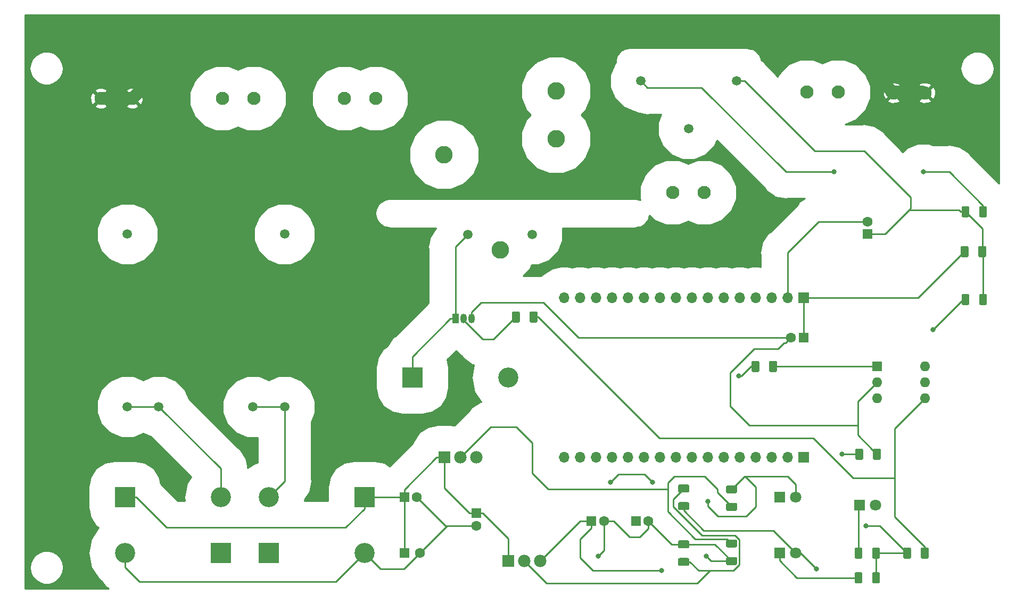
<source format=gbr>
G04 #@! TF.GenerationSoftware,KiCad,Pcbnew,(5.0.1)-4*
G04 #@! TF.CreationDate,2021-06-16T15:33:18+02:00*
G04 #@! TF.ProjectId,IOT SMART SWITCH,494F5420534D41525420535749544348,1.0*
G04 #@! TF.SameCoordinates,Original*
G04 #@! TF.FileFunction,Copper,L1,Top,Signal*
G04 #@! TF.FilePolarity,Positive*
%FSLAX46Y46*%
G04 Gerber Fmt 4.6, Leading zero omitted, Abs format (unit mm)*
G04 Created by KiCad (PCBNEW (5.0.1)-4) date 2021/06/16 15:33:18*
%MOMM*%
%LPD*%
G01*
G04 APERTURE LIST*
G04 #@! TA.AperFunction,ComponentPad*
%ADD10O,1.700000X1.700000*%
G04 #@! TD*
G04 #@! TA.AperFunction,ComponentPad*
%ADD11R,1.700000X1.700000*%
G04 #@! TD*
G04 #@! TA.AperFunction,ComponentPad*
%ADD12R,1.600000X1.600000*%
G04 #@! TD*
G04 #@! TA.AperFunction,ComponentPad*
%ADD13C,1.600000*%
G04 #@! TD*
G04 #@! TA.AperFunction,ComponentPad*
%ADD14C,1.519000*%
G04 #@! TD*
G04 #@! TA.AperFunction,ComponentPad*
%ADD15C,2.100000*%
G04 #@! TD*
G04 #@! TA.AperFunction,ComponentPad*
%ADD16C,1.500000*%
G04 #@! TD*
G04 #@! TA.AperFunction,ComponentPad*
%ADD17O,3.200000X3.200000*%
G04 #@! TD*
G04 #@! TA.AperFunction,ComponentPad*
%ADD18R,3.200000X3.200000*%
G04 #@! TD*
G04 #@! TA.AperFunction,ComponentPad*
%ADD19C,1.800000*%
G04 #@! TD*
G04 #@! TA.AperFunction,ComponentPad*
%ADD20R,1.800000X1.800000*%
G04 #@! TD*
G04 #@! TA.AperFunction,ComponentPad*
%ADD21C,2.800000*%
G04 #@! TD*
G04 #@! TA.AperFunction,ComponentPad*
%ADD22O,1.050000X1.500000*%
G04 #@! TD*
G04 #@! TA.AperFunction,ComponentPad*
%ADD23R,1.050000X1.500000*%
G04 #@! TD*
G04 #@! TA.AperFunction,Conductor*
%ADD24C,0.100000*%
G04 #@! TD*
G04 #@! TA.AperFunction,SMDPad,CuDef*
%ADD25C,1.250000*%
G04 #@! TD*
G04 #@! TA.AperFunction,ComponentPad*
%ADD26O,1.600000X1.600000*%
G04 #@! TD*
G04 #@! TA.AperFunction,ComponentPad*
%ADD27C,1.980000*%
G04 #@! TD*
G04 #@! TA.AperFunction,ComponentPad*
%ADD28R,1.980000X1.980000*%
G04 #@! TD*
G04 #@! TA.AperFunction,ViaPad*
%ADD29C,0.800000*%
G04 #@! TD*
G04 #@! TA.AperFunction,Conductor*
%ADD30C,0.250000*%
G04 #@! TD*
G04 #@! TA.AperFunction,Conductor*
%ADD31C,2.000000*%
G04 #@! TD*
G04 #@! TA.AperFunction,Conductor*
%ADD32C,0.254000*%
G04 #@! TD*
G04 APERTURE END LIST*
D10*
G04 #@! TO.P,J4,16*
G04 #@! TO.N,Net-(J4-Pad16)*
X152400000Y-77470000D03*
G04 #@! TO.P,J4,15*
G04 #@! TO.N,Net-(J4-Pad15)*
X154940000Y-77470000D03*
G04 #@! TO.P,J4,14*
G04 #@! TO.N,Net-(J4-Pad14)*
X157480000Y-77470000D03*
G04 #@! TO.P,J4,13*
G04 #@! TO.N,Net-(J4-Pad13)*
X160020000Y-77470000D03*
G04 #@! TO.P,J4,12*
G04 #@! TO.N,Net-(J4-Pad12)*
X162560000Y-77470000D03*
G04 #@! TO.P,J4,11*
G04 #@! TO.N,Net-(J4-Pad11)*
X165100000Y-77470000D03*
G04 #@! TO.P,J4,10*
G04 #@! TO.N,Net-(J4-Pad10)*
X167640000Y-77470000D03*
G04 #@! TO.P,J4,9*
G04 #@! TO.N,Net-(J4-Pad9)*
X170180000Y-77470000D03*
G04 #@! TO.P,J4,8*
G04 #@! TO.N,Net-(J4-Pad8)*
X172720000Y-77470000D03*
G04 #@! TO.P,J4,7*
G04 #@! TO.N,Net-(J4-Pad7)*
X175260000Y-77470000D03*
G04 #@! TO.P,J4,6*
G04 #@! TO.N,Net-(J4-Pad6)*
X177800000Y-77470000D03*
G04 #@! TO.P,J4,5*
G04 #@! TO.N,Net-(J4-Pad5)*
X180340000Y-77470000D03*
G04 #@! TO.P,J4,4*
G04 #@! TO.N,ESP_Pin_21*
X182880000Y-77470000D03*
G04 #@! TO.P,J4,3*
G04 #@! TO.N,Net-(J4-Pad3)*
X185420000Y-77470000D03*
G04 #@! TO.P,J4,2*
G04 #@! TO.N,GNDPWR*
X187960000Y-77470000D03*
D11*
G04 #@! TO.P,J4,1*
G04 #@! TO.N,3V3_DC*
X190500000Y-77470000D03*
G04 #@! TD*
D12*
G04 #@! TO.P,C6,1*
G04 #@! TO.N,12V_DC*
X163830000Y-113030000D03*
D13*
G04 #@! TO.P,C6,2*
G04 #@! TO.N,GNDPWR*
X165830000Y-113030000D03*
G04 #@! TD*
D14*
G04 #@! TO.P,T2,1*
G04 #@! TO.N,CT_ADC*
X164592000Y-42926000D03*
G04 #@! TO.P,T2,2*
G04 #@! TO.N,Net-(C2-Pad1)*
X179832000Y-42926000D03*
G04 #@! TO.P,T2,3*
G04 #@! TO.N,Net-(T2-Pad3)*
X172212000Y-50546000D03*
G04 #@! TD*
D15*
G04 #@! TO.P,J7,1*
G04 #@! TO.N,Net-(J7-Pad1)*
X169672000Y-60706000D03*
G04 #@! TO.P,J7,2*
X174672000Y-60706000D03*
G04 #@! TD*
D16*
G04 #@! TO.P,T1,1*
G04 #@! TO.N,MAINS_L*
X107950000Y-67310000D03*
G04 #@! TO.P,T1,2*
G04 #@! TO.N,MAINS_N*
X82950000Y-67310000D03*
G04 #@! TO.P,T1,3*
G04 #@! TO.N,-18V_AC*
X82950000Y-94810000D03*
G04 #@! TO.P,T1,4*
X87950000Y-94810000D03*
G04 #@! TO.P,T1,5*
G04 #@! TO.N,Net-(D2-Pad2)*
X102950000Y-94810000D03*
G04 #@! TO.P,T1,6*
X107950000Y-94810000D03*
G04 #@! TD*
D12*
G04 #@! TO.P,C1,1*
G04 #@! TO.N,16V_DC*
X127000000Y-118110000D03*
D13*
G04 #@! TO.P,C1,2*
G04 #@! TO.N,GNDPWR*
X129500000Y-118110000D03*
G04 #@! TD*
G04 #@! TO.P,C2,2*
G04 #@! TO.N,GNDPWR*
X200660000Y-65310000D03*
D12*
G04 #@! TO.P,C2,1*
G04 #@! TO.N,Net-(C2-Pad1)*
X200660000Y-67310000D03*
G04 #@! TD*
D13*
G04 #@! TO.P,C3,2*
G04 #@! TO.N,GNDPWR*
X129000000Y-109220000D03*
D12*
G04 #@! TO.P,C3,1*
G04 #@! TO.N,16V_DC*
X127000000Y-109220000D03*
G04 #@! TD*
G04 #@! TO.P,C4,1*
G04 #@! TO.N,16V_DC*
X138430000Y-111760000D03*
D13*
G04 #@! TO.P,C4,2*
G04 #@! TO.N,GNDPWR*
X138430000Y-113760000D03*
G04 #@! TD*
D12*
G04 #@! TO.P,C5,1*
G04 #@! TO.N,3V3_DC*
X190500000Y-83820000D03*
D13*
G04 #@! TO.P,C5,2*
G04 #@! TO.N,GNDPWR*
X188500000Y-83820000D03*
G04 #@! TD*
G04 #@! TO.P,C7,2*
G04 #@! TO.N,GNDPWR*
X158750000Y-113030000D03*
D12*
G04 #@! TO.P,C7,1*
G04 #@! TO.N,3V3_DC*
X156750000Y-113030000D03*
G04 #@! TD*
D17*
G04 #@! TO.P,D1,2*
G04 #@! TO.N,12V_DC*
X143510000Y-90170000D03*
D18*
G04 #@! TO.P,D1,1*
G04 #@! TO.N,Net-(D1-Pad1)*
X128270000Y-90170000D03*
G04 #@! TD*
G04 #@! TO.P,D2,1*
G04 #@! TO.N,16V_DC*
X120650000Y-109220000D03*
D17*
G04 #@! TO.P,D2,2*
G04 #@! TO.N,Net-(D2-Pad2)*
X105410000Y-109220000D03*
G04 #@! TD*
G04 #@! TO.P,D3,2*
G04 #@! TO.N,GNDPWR*
X120650000Y-118110000D03*
D18*
G04 #@! TO.P,D3,1*
G04 #@! TO.N,Net-(D2-Pad2)*
X105410000Y-118110000D03*
G04 #@! TD*
G04 #@! TO.P,D4,1*
G04 #@! TO.N,16V_DC*
X82550000Y-109220000D03*
D17*
G04 #@! TO.P,D4,2*
G04 #@! TO.N,-18V_AC*
X97790000Y-109220000D03*
G04 #@! TD*
D18*
G04 #@! TO.P,D5,1*
G04 #@! TO.N,-18V_AC*
X97790000Y-118110000D03*
D17*
G04 #@! TO.P,D5,2*
G04 #@! TO.N,GNDPWR*
X82550000Y-118110000D03*
G04 #@! TD*
D19*
G04 #@! TO.P,D6,2*
G04 #@! TO.N,Net-(D6-Pad2)*
X201930000Y-110490000D03*
D20*
G04 #@! TO.P,D6,1*
G04 #@! TO.N,Net-(D6-Pad1)*
X199390000Y-110490000D03*
G04 #@! TD*
G04 #@! TO.P,D7,1*
G04 #@! TO.N,Net-(D7-Pad1)*
X186690000Y-109220000D03*
D19*
G04 #@! TO.P,D7,2*
G04 #@! TO.N,12V_DC*
X189230000Y-109220000D03*
G04 #@! TD*
D20*
G04 #@! TO.P,D8,1*
G04 #@! TO.N,Net-(D8-Pad1)*
X186690000Y-118110000D03*
D19*
G04 #@! TO.P,D8,2*
G04 #@! TO.N,3V3_DC*
X189230000Y-118110000D03*
G04 #@! TD*
D11*
G04 #@! TO.P,J5,1*
G04 #@! TO.N,Net-(J5-Pad1)*
X190500000Y-102870000D03*
D10*
G04 #@! TO.P,J5,2*
G04 #@! TO.N,Net-(J5-Pad2)*
X187960000Y-102870000D03*
G04 #@! TO.P,J5,3*
G04 #@! TO.N,CT_ADC*
X185420000Y-102870000D03*
G04 #@! TO.P,J5,4*
G04 #@! TO.N,Net-(J5-Pad4)*
X182880000Y-102870000D03*
G04 #@! TO.P,J5,5*
G04 #@! TO.N,Net-(J5-Pad5)*
X180340000Y-102870000D03*
G04 #@! TO.P,J5,6*
G04 #@! TO.N,Net-(J5-Pad6)*
X177800000Y-102870000D03*
G04 #@! TO.P,J5,7*
G04 #@! TO.N,Net-(J5-Pad7)*
X175260000Y-102870000D03*
G04 #@! TO.P,J5,8*
G04 #@! TO.N,Net-(J5-Pad8)*
X172720000Y-102870000D03*
G04 #@! TO.P,J5,9*
G04 #@! TO.N,Net-(J5-Pad9)*
X170180000Y-102870000D03*
G04 #@! TO.P,J5,10*
G04 #@! TO.N,Net-(J5-Pad10)*
X167640000Y-102870000D03*
G04 #@! TO.P,J5,11*
G04 #@! TO.N,Net-(J5-Pad11)*
X165100000Y-102870000D03*
G04 #@! TO.P,J5,12*
G04 #@! TO.N,Net-(J5-Pad12)*
X162560000Y-102870000D03*
G04 #@! TO.P,J5,13*
G04 #@! TO.N,Net-(D6-Pad2)*
X160020000Y-102870000D03*
G04 #@! TO.P,J5,14*
G04 #@! TO.N,Net-(J5-Pad14)*
X157480000Y-102870000D03*
G04 #@! TO.P,J5,15*
G04 #@! TO.N,Net-(J5-Pad15)*
X154940000Y-102870000D03*
G04 #@! TO.P,J5,16*
G04 #@! TO.N,Net-(J5-Pad16)*
X152400000Y-102870000D03*
G04 #@! TD*
D21*
G04 #@! TO.P,K1,1*
G04 #@! TO.N,Net-(K1-Pad1)*
X142240000Y-69850000D03*
D16*
G04 #@! TO.P,K1,2*
G04 #@! TO.N,12V_DC*
X147340000Y-67350000D03*
D21*
G04 #@! TO.P,K1,3*
G04 #@! TO.N,MAINS_L*
X151140000Y-52150000D03*
G04 #@! TO.P,K1,4*
G04 #@! TO.N,Net-(K1-Pad4)*
X151140000Y-44550000D03*
G04 #@! TO.P,K1,5*
G04 #@! TO.N,Net-(J7-Pad1)*
X133340000Y-54650000D03*
D16*
G04 #@! TO.P,K1,6*
G04 #@! TO.N,Net-(D1-Pad1)*
X137140000Y-67350000D03*
G04 #@! TD*
D22*
G04 #@! TO.P,Q1,2*
G04 #@! TO.N,Net-(Q1-Pad2)*
X136398000Y-80772000D03*
G04 #@! TO.P,Q1,3*
G04 #@! TO.N,GNDPWR*
X137668000Y-80772000D03*
D23*
G04 #@! TO.P,Q1,1*
G04 #@! TO.N,Net-(D1-Pad1)*
X135128000Y-80772000D03*
G04 #@! TD*
D24*
G04 #@! TO.N,ESP_Pin_21*
G04 #@! TO.C,R1*
G36*
X183273504Y-87518204D02*
X183297773Y-87521804D01*
X183321571Y-87527765D01*
X183344671Y-87536030D01*
X183366849Y-87546520D01*
X183387893Y-87559133D01*
X183407598Y-87573747D01*
X183425777Y-87590223D01*
X183442253Y-87608402D01*
X183456867Y-87628107D01*
X183469480Y-87649151D01*
X183479970Y-87671329D01*
X183488235Y-87694429D01*
X183494196Y-87718227D01*
X183497796Y-87742496D01*
X183499000Y-87767000D01*
X183499000Y-89017000D01*
X183497796Y-89041504D01*
X183494196Y-89065773D01*
X183488235Y-89089571D01*
X183479970Y-89112671D01*
X183469480Y-89134849D01*
X183456867Y-89155893D01*
X183442253Y-89175598D01*
X183425777Y-89193777D01*
X183407598Y-89210253D01*
X183387893Y-89224867D01*
X183366849Y-89237480D01*
X183344671Y-89247970D01*
X183321571Y-89256235D01*
X183297773Y-89262196D01*
X183273504Y-89265796D01*
X183249000Y-89267000D01*
X182499000Y-89267000D01*
X182474496Y-89265796D01*
X182450227Y-89262196D01*
X182426429Y-89256235D01*
X182403329Y-89247970D01*
X182381151Y-89237480D01*
X182360107Y-89224867D01*
X182340402Y-89210253D01*
X182322223Y-89193777D01*
X182305747Y-89175598D01*
X182291133Y-89155893D01*
X182278520Y-89134849D01*
X182268030Y-89112671D01*
X182259765Y-89089571D01*
X182253804Y-89065773D01*
X182250204Y-89041504D01*
X182249000Y-89017000D01*
X182249000Y-87767000D01*
X182250204Y-87742496D01*
X182253804Y-87718227D01*
X182259765Y-87694429D01*
X182268030Y-87671329D01*
X182278520Y-87649151D01*
X182291133Y-87628107D01*
X182305747Y-87608402D01*
X182322223Y-87590223D01*
X182340402Y-87573747D01*
X182360107Y-87559133D01*
X182381151Y-87546520D01*
X182403329Y-87536030D01*
X182426429Y-87527765D01*
X182450227Y-87521804D01*
X182474496Y-87518204D01*
X182499000Y-87517000D01*
X183249000Y-87517000D01*
X183273504Y-87518204D01*
X183273504Y-87518204D01*
G37*
D25*
G04 #@! TD*
G04 #@! TO.P,R1,1*
G04 #@! TO.N,ESP_Pin_21*
X182874000Y-88392000D03*
D24*
G04 #@! TO.N,Net-(R1-Pad2)*
G04 #@! TO.C,R1*
G36*
X186073504Y-87518204D02*
X186097773Y-87521804D01*
X186121571Y-87527765D01*
X186144671Y-87536030D01*
X186166849Y-87546520D01*
X186187893Y-87559133D01*
X186207598Y-87573747D01*
X186225777Y-87590223D01*
X186242253Y-87608402D01*
X186256867Y-87628107D01*
X186269480Y-87649151D01*
X186279970Y-87671329D01*
X186288235Y-87694429D01*
X186294196Y-87718227D01*
X186297796Y-87742496D01*
X186299000Y-87767000D01*
X186299000Y-89017000D01*
X186297796Y-89041504D01*
X186294196Y-89065773D01*
X186288235Y-89089571D01*
X186279970Y-89112671D01*
X186269480Y-89134849D01*
X186256867Y-89155893D01*
X186242253Y-89175598D01*
X186225777Y-89193777D01*
X186207598Y-89210253D01*
X186187893Y-89224867D01*
X186166849Y-89237480D01*
X186144671Y-89247970D01*
X186121571Y-89256235D01*
X186097773Y-89262196D01*
X186073504Y-89265796D01*
X186049000Y-89267000D01*
X185299000Y-89267000D01*
X185274496Y-89265796D01*
X185250227Y-89262196D01*
X185226429Y-89256235D01*
X185203329Y-89247970D01*
X185181151Y-89237480D01*
X185160107Y-89224867D01*
X185140402Y-89210253D01*
X185122223Y-89193777D01*
X185105747Y-89175598D01*
X185091133Y-89155893D01*
X185078520Y-89134849D01*
X185068030Y-89112671D01*
X185059765Y-89089571D01*
X185053804Y-89065773D01*
X185050204Y-89041504D01*
X185049000Y-89017000D01*
X185049000Y-87767000D01*
X185050204Y-87742496D01*
X185053804Y-87718227D01*
X185059765Y-87694429D01*
X185068030Y-87671329D01*
X185078520Y-87649151D01*
X185091133Y-87628107D01*
X185105747Y-87608402D01*
X185122223Y-87590223D01*
X185140402Y-87573747D01*
X185160107Y-87559133D01*
X185181151Y-87546520D01*
X185203329Y-87536030D01*
X185226429Y-87527765D01*
X185250227Y-87521804D01*
X185274496Y-87518204D01*
X185299000Y-87517000D01*
X186049000Y-87517000D01*
X186073504Y-87518204D01*
X186073504Y-87518204D01*
G37*
D25*
G04 #@! TD*
G04 #@! TO.P,R1,2*
G04 #@! TO.N,Net-(R1-Pad2)*
X185674000Y-88392000D03*
D24*
G04 #@! TO.N,Net-(R2-Pad1)*
G04 #@! TO.C,R2*
G36*
X210203504Y-117236204D02*
X210227773Y-117239804D01*
X210251571Y-117245765D01*
X210274671Y-117254030D01*
X210296849Y-117264520D01*
X210317893Y-117277133D01*
X210337598Y-117291747D01*
X210355777Y-117308223D01*
X210372253Y-117326402D01*
X210386867Y-117346107D01*
X210399480Y-117367151D01*
X210409970Y-117389329D01*
X210418235Y-117412429D01*
X210424196Y-117436227D01*
X210427796Y-117460496D01*
X210429000Y-117485000D01*
X210429000Y-118735000D01*
X210427796Y-118759504D01*
X210424196Y-118783773D01*
X210418235Y-118807571D01*
X210409970Y-118830671D01*
X210399480Y-118852849D01*
X210386867Y-118873893D01*
X210372253Y-118893598D01*
X210355777Y-118911777D01*
X210337598Y-118928253D01*
X210317893Y-118942867D01*
X210296849Y-118955480D01*
X210274671Y-118965970D01*
X210251571Y-118974235D01*
X210227773Y-118980196D01*
X210203504Y-118983796D01*
X210179000Y-118985000D01*
X209429000Y-118985000D01*
X209404496Y-118983796D01*
X209380227Y-118980196D01*
X209356429Y-118974235D01*
X209333329Y-118965970D01*
X209311151Y-118955480D01*
X209290107Y-118942867D01*
X209270402Y-118928253D01*
X209252223Y-118911777D01*
X209235747Y-118893598D01*
X209221133Y-118873893D01*
X209208520Y-118852849D01*
X209198030Y-118830671D01*
X209189765Y-118807571D01*
X209183804Y-118783773D01*
X209180204Y-118759504D01*
X209179000Y-118735000D01*
X209179000Y-117485000D01*
X209180204Y-117460496D01*
X209183804Y-117436227D01*
X209189765Y-117412429D01*
X209198030Y-117389329D01*
X209208520Y-117367151D01*
X209221133Y-117346107D01*
X209235747Y-117326402D01*
X209252223Y-117308223D01*
X209270402Y-117291747D01*
X209290107Y-117277133D01*
X209311151Y-117264520D01*
X209333329Y-117254030D01*
X209356429Y-117245765D01*
X209380227Y-117239804D01*
X209404496Y-117236204D01*
X209429000Y-117235000D01*
X210179000Y-117235000D01*
X210203504Y-117236204D01*
X210203504Y-117236204D01*
G37*
D25*
G04 #@! TD*
G04 #@! TO.P,R2,1*
G04 #@! TO.N,Net-(R2-Pad1)*
X209804000Y-118110000D03*
D24*
G04 #@! TO.N,GNDPWR*
G04 #@! TO.C,R2*
G36*
X207403504Y-117236204D02*
X207427773Y-117239804D01*
X207451571Y-117245765D01*
X207474671Y-117254030D01*
X207496849Y-117264520D01*
X207517893Y-117277133D01*
X207537598Y-117291747D01*
X207555777Y-117308223D01*
X207572253Y-117326402D01*
X207586867Y-117346107D01*
X207599480Y-117367151D01*
X207609970Y-117389329D01*
X207618235Y-117412429D01*
X207624196Y-117436227D01*
X207627796Y-117460496D01*
X207629000Y-117485000D01*
X207629000Y-118735000D01*
X207627796Y-118759504D01*
X207624196Y-118783773D01*
X207618235Y-118807571D01*
X207609970Y-118830671D01*
X207599480Y-118852849D01*
X207586867Y-118873893D01*
X207572253Y-118893598D01*
X207555777Y-118911777D01*
X207537598Y-118928253D01*
X207517893Y-118942867D01*
X207496849Y-118955480D01*
X207474671Y-118965970D01*
X207451571Y-118974235D01*
X207427773Y-118980196D01*
X207403504Y-118983796D01*
X207379000Y-118985000D01*
X206629000Y-118985000D01*
X206604496Y-118983796D01*
X206580227Y-118980196D01*
X206556429Y-118974235D01*
X206533329Y-118965970D01*
X206511151Y-118955480D01*
X206490107Y-118942867D01*
X206470402Y-118928253D01*
X206452223Y-118911777D01*
X206435747Y-118893598D01*
X206421133Y-118873893D01*
X206408520Y-118852849D01*
X206398030Y-118830671D01*
X206389765Y-118807571D01*
X206383804Y-118783773D01*
X206380204Y-118759504D01*
X206379000Y-118735000D01*
X206379000Y-117485000D01*
X206380204Y-117460496D01*
X206383804Y-117436227D01*
X206389765Y-117412429D01*
X206398030Y-117389329D01*
X206408520Y-117367151D01*
X206421133Y-117346107D01*
X206435747Y-117326402D01*
X206452223Y-117308223D01*
X206470402Y-117291747D01*
X206490107Y-117277133D01*
X206511151Y-117264520D01*
X206533329Y-117254030D01*
X206556429Y-117245765D01*
X206580227Y-117239804D01*
X206604496Y-117236204D01*
X206629000Y-117235000D01*
X207379000Y-117235000D01*
X207403504Y-117236204D01*
X207403504Y-117236204D01*
G37*
D25*
G04 #@! TD*
G04 #@! TO.P,R2,2*
G04 #@! TO.N,GNDPWR*
X207004000Y-118110000D03*
D24*
G04 #@! TO.N,Net-(R2-Pad1)*
G04 #@! TO.C,R3*
G36*
X147973504Y-79644204D02*
X147997773Y-79647804D01*
X148021571Y-79653765D01*
X148044671Y-79662030D01*
X148066849Y-79672520D01*
X148087893Y-79685133D01*
X148107598Y-79699747D01*
X148125777Y-79716223D01*
X148142253Y-79734402D01*
X148156867Y-79754107D01*
X148169480Y-79775151D01*
X148179970Y-79797329D01*
X148188235Y-79820429D01*
X148194196Y-79844227D01*
X148197796Y-79868496D01*
X148199000Y-79893000D01*
X148199000Y-81143000D01*
X148197796Y-81167504D01*
X148194196Y-81191773D01*
X148188235Y-81215571D01*
X148179970Y-81238671D01*
X148169480Y-81260849D01*
X148156867Y-81281893D01*
X148142253Y-81301598D01*
X148125777Y-81319777D01*
X148107598Y-81336253D01*
X148087893Y-81350867D01*
X148066849Y-81363480D01*
X148044671Y-81373970D01*
X148021571Y-81382235D01*
X147997773Y-81388196D01*
X147973504Y-81391796D01*
X147949000Y-81393000D01*
X147199000Y-81393000D01*
X147174496Y-81391796D01*
X147150227Y-81388196D01*
X147126429Y-81382235D01*
X147103329Y-81373970D01*
X147081151Y-81363480D01*
X147060107Y-81350867D01*
X147040402Y-81336253D01*
X147022223Y-81319777D01*
X147005747Y-81301598D01*
X146991133Y-81281893D01*
X146978520Y-81260849D01*
X146968030Y-81238671D01*
X146959765Y-81215571D01*
X146953804Y-81191773D01*
X146950204Y-81167504D01*
X146949000Y-81143000D01*
X146949000Y-79893000D01*
X146950204Y-79868496D01*
X146953804Y-79844227D01*
X146959765Y-79820429D01*
X146968030Y-79797329D01*
X146978520Y-79775151D01*
X146991133Y-79754107D01*
X147005747Y-79734402D01*
X147022223Y-79716223D01*
X147040402Y-79699747D01*
X147060107Y-79685133D01*
X147081151Y-79672520D01*
X147103329Y-79662030D01*
X147126429Y-79653765D01*
X147150227Y-79647804D01*
X147174496Y-79644204D01*
X147199000Y-79643000D01*
X147949000Y-79643000D01*
X147973504Y-79644204D01*
X147973504Y-79644204D01*
G37*
D25*
G04 #@! TD*
G04 #@! TO.P,R3,2*
G04 #@! TO.N,Net-(R2-Pad1)*
X147574000Y-80518000D03*
D24*
G04 #@! TO.N,Net-(Q1-Pad2)*
G04 #@! TO.C,R3*
G36*
X145173504Y-79644204D02*
X145197773Y-79647804D01*
X145221571Y-79653765D01*
X145244671Y-79662030D01*
X145266849Y-79672520D01*
X145287893Y-79685133D01*
X145307598Y-79699747D01*
X145325777Y-79716223D01*
X145342253Y-79734402D01*
X145356867Y-79754107D01*
X145369480Y-79775151D01*
X145379970Y-79797329D01*
X145388235Y-79820429D01*
X145394196Y-79844227D01*
X145397796Y-79868496D01*
X145399000Y-79893000D01*
X145399000Y-81143000D01*
X145397796Y-81167504D01*
X145394196Y-81191773D01*
X145388235Y-81215571D01*
X145379970Y-81238671D01*
X145369480Y-81260849D01*
X145356867Y-81281893D01*
X145342253Y-81301598D01*
X145325777Y-81319777D01*
X145307598Y-81336253D01*
X145287893Y-81350867D01*
X145266849Y-81363480D01*
X145244671Y-81373970D01*
X145221571Y-81382235D01*
X145197773Y-81388196D01*
X145173504Y-81391796D01*
X145149000Y-81393000D01*
X144399000Y-81393000D01*
X144374496Y-81391796D01*
X144350227Y-81388196D01*
X144326429Y-81382235D01*
X144303329Y-81373970D01*
X144281151Y-81363480D01*
X144260107Y-81350867D01*
X144240402Y-81336253D01*
X144222223Y-81319777D01*
X144205747Y-81301598D01*
X144191133Y-81281893D01*
X144178520Y-81260849D01*
X144168030Y-81238671D01*
X144159765Y-81215571D01*
X144153804Y-81191773D01*
X144150204Y-81167504D01*
X144149000Y-81143000D01*
X144149000Y-79893000D01*
X144150204Y-79868496D01*
X144153804Y-79844227D01*
X144159765Y-79820429D01*
X144168030Y-79797329D01*
X144178520Y-79775151D01*
X144191133Y-79754107D01*
X144205747Y-79734402D01*
X144222223Y-79716223D01*
X144240402Y-79699747D01*
X144260107Y-79685133D01*
X144281151Y-79672520D01*
X144303329Y-79662030D01*
X144326429Y-79653765D01*
X144350227Y-79647804D01*
X144374496Y-79644204D01*
X144399000Y-79643000D01*
X145149000Y-79643000D01*
X145173504Y-79644204D01*
X145173504Y-79644204D01*
G37*
D25*
G04 #@! TD*
G04 #@! TO.P,R3,1*
G04 #@! TO.N,Net-(Q1-Pad2)*
X144774000Y-80518000D03*
D24*
G04 #@! TO.N,CT_ADC*
G04 #@! TO.C,R4*
G36*
X219477504Y-62880204D02*
X219501773Y-62883804D01*
X219525571Y-62889765D01*
X219548671Y-62898030D01*
X219570849Y-62908520D01*
X219591893Y-62921133D01*
X219611598Y-62935747D01*
X219629777Y-62952223D01*
X219646253Y-62970402D01*
X219660867Y-62990107D01*
X219673480Y-63011151D01*
X219683970Y-63033329D01*
X219692235Y-63056429D01*
X219698196Y-63080227D01*
X219701796Y-63104496D01*
X219703000Y-63129000D01*
X219703000Y-64379000D01*
X219701796Y-64403504D01*
X219698196Y-64427773D01*
X219692235Y-64451571D01*
X219683970Y-64474671D01*
X219673480Y-64496849D01*
X219660867Y-64517893D01*
X219646253Y-64537598D01*
X219629777Y-64555777D01*
X219611598Y-64572253D01*
X219591893Y-64586867D01*
X219570849Y-64599480D01*
X219548671Y-64609970D01*
X219525571Y-64618235D01*
X219501773Y-64624196D01*
X219477504Y-64627796D01*
X219453000Y-64629000D01*
X218703000Y-64629000D01*
X218678496Y-64627796D01*
X218654227Y-64624196D01*
X218630429Y-64618235D01*
X218607329Y-64609970D01*
X218585151Y-64599480D01*
X218564107Y-64586867D01*
X218544402Y-64572253D01*
X218526223Y-64555777D01*
X218509747Y-64537598D01*
X218495133Y-64517893D01*
X218482520Y-64496849D01*
X218472030Y-64474671D01*
X218463765Y-64451571D01*
X218457804Y-64427773D01*
X218454204Y-64403504D01*
X218453000Y-64379000D01*
X218453000Y-63129000D01*
X218454204Y-63104496D01*
X218457804Y-63080227D01*
X218463765Y-63056429D01*
X218472030Y-63033329D01*
X218482520Y-63011151D01*
X218495133Y-62990107D01*
X218509747Y-62970402D01*
X218526223Y-62952223D01*
X218544402Y-62935747D01*
X218564107Y-62921133D01*
X218585151Y-62908520D01*
X218607329Y-62898030D01*
X218630429Y-62889765D01*
X218654227Y-62883804D01*
X218678496Y-62880204D01*
X218703000Y-62879000D01*
X219453000Y-62879000D01*
X219477504Y-62880204D01*
X219477504Y-62880204D01*
G37*
D25*
G04 #@! TD*
G04 #@! TO.P,R4,1*
G04 #@! TO.N,CT_ADC*
X219078000Y-63754000D03*
D24*
G04 #@! TO.N,Net-(C2-Pad1)*
G04 #@! TO.C,R4*
G36*
X216677504Y-62880204D02*
X216701773Y-62883804D01*
X216725571Y-62889765D01*
X216748671Y-62898030D01*
X216770849Y-62908520D01*
X216791893Y-62921133D01*
X216811598Y-62935747D01*
X216829777Y-62952223D01*
X216846253Y-62970402D01*
X216860867Y-62990107D01*
X216873480Y-63011151D01*
X216883970Y-63033329D01*
X216892235Y-63056429D01*
X216898196Y-63080227D01*
X216901796Y-63104496D01*
X216903000Y-63129000D01*
X216903000Y-64379000D01*
X216901796Y-64403504D01*
X216898196Y-64427773D01*
X216892235Y-64451571D01*
X216883970Y-64474671D01*
X216873480Y-64496849D01*
X216860867Y-64517893D01*
X216846253Y-64537598D01*
X216829777Y-64555777D01*
X216811598Y-64572253D01*
X216791893Y-64586867D01*
X216770849Y-64599480D01*
X216748671Y-64609970D01*
X216725571Y-64618235D01*
X216701773Y-64624196D01*
X216677504Y-64627796D01*
X216653000Y-64629000D01*
X215903000Y-64629000D01*
X215878496Y-64627796D01*
X215854227Y-64624196D01*
X215830429Y-64618235D01*
X215807329Y-64609970D01*
X215785151Y-64599480D01*
X215764107Y-64586867D01*
X215744402Y-64572253D01*
X215726223Y-64555777D01*
X215709747Y-64537598D01*
X215695133Y-64517893D01*
X215682520Y-64496849D01*
X215672030Y-64474671D01*
X215663765Y-64451571D01*
X215657804Y-64427773D01*
X215654204Y-64403504D01*
X215653000Y-64379000D01*
X215653000Y-63129000D01*
X215654204Y-63104496D01*
X215657804Y-63080227D01*
X215663765Y-63056429D01*
X215672030Y-63033329D01*
X215682520Y-63011151D01*
X215695133Y-62990107D01*
X215709747Y-62970402D01*
X215726223Y-62952223D01*
X215744402Y-62935747D01*
X215764107Y-62921133D01*
X215785151Y-62908520D01*
X215807329Y-62898030D01*
X215830429Y-62889765D01*
X215854227Y-62883804D01*
X215878496Y-62880204D01*
X215903000Y-62879000D01*
X216653000Y-62879000D01*
X216677504Y-62880204D01*
X216677504Y-62880204D01*
G37*
D25*
G04 #@! TD*
G04 #@! TO.P,R4,2*
G04 #@! TO.N,Net-(C2-Pad1)*
X216278000Y-63754000D03*
D24*
G04 #@! TO.N,3V3_DC*
G04 #@! TO.C,R5*
G36*
X216547504Y-69230204D02*
X216571773Y-69233804D01*
X216595571Y-69239765D01*
X216618671Y-69248030D01*
X216640849Y-69258520D01*
X216661893Y-69271133D01*
X216681598Y-69285747D01*
X216699777Y-69302223D01*
X216716253Y-69320402D01*
X216730867Y-69340107D01*
X216743480Y-69361151D01*
X216753970Y-69383329D01*
X216762235Y-69406429D01*
X216768196Y-69430227D01*
X216771796Y-69454496D01*
X216773000Y-69479000D01*
X216773000Y-70729000D01*
X216771796Y-70753504D01*
X216768196Y-70777773D01*
X216762235Y-70801571D01*
X216753970Y-70824671D01*
X216743480Y-70846849D01*
X216730867Y-70867893D01*
X216716253Y-70887598D01*
X216699777Y-70905777D01*
X216681598Y-70922253D01*
X216661893Y-70936867D01*
X216640849Y-70949480D01*
X216618671Y-70959970D01*
X216595571Y-70968235D01*
X216571773Y-70974196D01*
X216547504Y-70977796D01*
X216523000Y-70979000D01*
X215773000Y-70979000D01*
X215748496Y-70977796D01*
X215724227Y-70974196D01*
X215700429Y-70968235D01*
X215677329Y-70959970D01*
X215655151Y-70949480D01*
X215634107Y-70936867D01*
X215614402Y-70922253D01*
X215596223Y-70905777D01*
X215579747Y-70887598D01*
X215565133Y-70867893D01*
X215552520Y-70846849D01*
X215542030Y-70824671D01*
X215533765Y-70801571D01*
X215527804Y-70777773D01*
X215524204Y-70753504D01*
X215523000Y-70729000D01*
X215523000Y-69479000D01*
X215524204Y-69454496D01*
X215527804Y-69430227D01*
X215533765Y-69406429D01*
X215542030Y-69383329D01*
X215552520Y-69361151D01*
X215565133Y-69340107D01*
X215579747Y-69320402D01*
X215596223Y-69302223D01*
X215614402Y-69285747D01*
X215634107Y-69271133D01*
X215655151Y-69258520D01*
X215677329Y-69248030D01*
X215700429Y-69239765D01*
X215724227Y-69233804D01*
X215748496Y-69230204D01*
X215773000Y-69229000D01*
X216523000Y-69229000D01*
X216547504Y-69230204D01*
X216547504Y-69230204D01*
G37*
D25*
G04 #@! TD*
G04 #@! TO.P,R5,1*
G04 #@! TO.N,3V3_DC*
X216148000Y-70104000D03*
D24*
G04 #@! TO.N,Net-(C2-Pad1)*
G04 #@! TO.C,R5*
G36*
X219347504Y-69230204D02*
X219371773Y-69233804D01*
X219395571Y-69239765D01*
X219418671Y-69248030D01*
X219440849Y-69258520D01*
X219461893Y-69271133D01*
X219481598Y-69285747D01*
X219499777Y-69302223D01*
X219516253Y-69320402D01*
X219530867Y-69340107D01*
X219543480Y-69361151D01*
X219553970Y-69383329D01*
X219562235Y-69406429D01*
X219568196Y-69430227D01*
X219571796Y-69454496D01*
X219573000Y-69479000D01*
X219573000Y-70729000D01*
X219571796Y-70753504D01*
X219568196Y-70777773D01*
X219562235Y-70801571D01*
X219553970Y-70824671D01*
X219543480Y-70846849D01*
X219530867Y-70867893D01*
X219516253Y-70887598D01*
X219499777Y-70905777D01*
X219481598Y-70922253D01*
X219461893Y-70936867D01*
X219440849Y-70949480D01*
X219418671Y-70959970D01*
X219395571Y-70968235D01*
X219371773Y-70974196D01*
X219347504Y-70977796D01*
X219323000Y-70979000D01*
X218573000Y-70979000D01*
X218548496Y-70977796D01*
X218524227Y-70974196D01*
X218500429Y-70968235D01*
X218477329Y-70959970D01*
X218455151Y-70949480D01*
X218434107Y-70936867D01*
X218414402Y-70922253D01*
X218396223Y-70905777D01*
X218379747Y-70887598D01*
X218365133Y-70867893D01*
X218352520Y-70846849D01*
X218342030Y-70824671D01*
X218333765Y-70801571D01*
X218327804Y-70777773D01*
X218324204Y-70753504D01*
X218323000Y-70729000D01*
X218323000Y-69479000D01*
X218324204Y-69454496D01*
X218327804Y-69430227D01*
X218333765Y-69406429D01*
X218342030Y-69383329D01*
X218352520Y-69361151D01*
X218365133Y-69340107D01*
X218379747Y-69320402D01*
X218396223Y-69302223D01*
X218414402Y-69285747D01*
X218434107Y-69271133D01*
X218455151Y-69258520D01*
X218477329Y-69248030D01*
X218500429Y-69239765D01*
X218524227Y-69233804D01*
X218548496Y-69230204D01*
X218573000Y-69229000D01*
X219323000Y-69229000D01*
X219347504Y-69230204D01*
X219347504Y-69230204D01*
G37*
D25*
G04 #@! TD*
G04 #@! TO.P,R5,2*
G04 #@! TO.N,Net-(C2-Pad1)*
X218948000Y-70104000D03*
D24*
G04 #@! TO.N,GNDPWR*
G04 #@! TO.C,R6*
G36*
X216677504Y-76850204D02*
X216701773Y-76853804D01*
X216725571Y-76859765D01*
X216748671Y-76868030D01*
X216770849Y-76878520D01*
X216791893Y-76891133D01*
X216811598Y-76905747D01*
X216829777Y-76922223D01*
X216846253Y-76940402D01*
X216860867Y-76960107D01*
X216873480Y-76981151D01*
X216883970Y-77003329D01*
X216892235Y-77026429D01*
X216898196Y-77050227D01*
X216901796Y-77074496D01*
X216903000Y-77099000D01*
X216903000Y-78349000D01*
X216901796Y-78373504D01*
X216898196Y-78397773D01*
X216892235Y-78421571D01*
X216883970Y-78444671D01*
X216873480Y-78466849D01*
X216860867Y-78487893D01*
X216846253Y-78507598D01*
X216829777Y-78525777D01*
X216811598Y-78542253D01*
X216791893Y-78556867D01*
X216770849Y-78569480D01*
X216748671Y-78579970D01*
X216725571Y-78588235D01*
X216701773Y-78594196D01*
X216677504Y-78597796D01*
X216653000Y-78599000D01*
X215903000Y-78599000D01*
X215878496Y-78597796D01*
X215854227Y-78594196D01*
X215830429Y-78588235D01*
X215807329Y-78579970D01*
X215785151Y-78569480D01*
X215764107Y-78556867D01*
X215744402Y-78542253D01*
X215726223Y-78525777D01*
X215709747Y-78507598D01*
X215695133Y-78487893D01*
X215682520Y-78466849D01*
X215672030Y-78444671D01*
X215663765Y-78421571D01*
X215657804Y-78397773D01*
X215654204Y-78373504D01*
X215653000Y-78349000D01*
X215653000Y-77099000D01*
X215654204Y-77074496D01*
X215657804Y-77050227D01*
X215663765Y-77026429D01*
X215672030Y-77003329D01*
X215682520Y-76981151D01*
X215695133Y-76960107D01*
X215709747Y-76940402D01*
X215726223Y-76922223D01*
X215744402Y-76905747D01*
X215764107Y-76891133D01*
X215785151Y-76878520D01*
X215807329Y-76868030D01*
X215830429Y-76859765D01*
X215854227Y-76853804D01*
X215878496Y-76850204D01*
X215903000Y-76849000D01*
X216653000Y-76849000D01*
X216677504Y-76850204D01*
X216677504Y-76850204D01*
G37*
D25*
G04 #@! TD*
G04 #@! TO.P,R6,2*
G04 #@! TO.N,GNDPWR*
X216278000Y-77724000D03*
D24*
G04 #@! TO.N,Net-(C2-Pad1)*
G04 #@! TO.C,R6*
G36*
X219477504Y-76850204D02*
X219501773Y-76853804D01*
X219525571Y-76859765D01*
X219548671Y-76868030D01*
X219570849Y-76878520D01*
X219591893Y-76891133D01*
X219611598Y-76905747D01*
X219629777Y-76922223D01*
X219646253Y-76940402D01*
X219660867Y-76960107D01*
X219673480Y-76981151D01*
X219683970Y-77003329D01*
X219692235Y-77026429D01*
X219698196Y-77050227D01*
X219701796Y-77074496D01*
X219703000Y-77099000D01*
X219703000Y-78349000D01*
X219701796Y-78373504D01*
X219698196Y-78397773D01*
X219692235Y-78421571D01*
X219683970Y-78444671D01*
X219673480Y-78466849D01*
X219660867Y-78487893D01*
X219646253Y-78507598D01*
X219629777Y-78525777D01*
X219611598Y-78542253D01*
X219591893Y-78556867D01*
X219570849Y-78569480D01*
X219548671Y-78579970D01*
X219525571Y-78588235D01*
X219501773Y-78594196D01*
X219477504Y-78597796D01*
X219453000Y-78599000D01*
X218703000Y-78599000D01*
X218678496Y-78597796D01*
X218654227Y-78594196D01*
X218630429Y-78588235D01*
X218607329Y-78579970D01*
X218585151Y-78569480D01*
X218564107Y-78556867D01*
X218544402Y-78542253D01*
X218526223Y-78525777D01*
X218509747Y-78507598D01*
X218495133Y-78487893D01*
X218482520Y-78466849D01*
X218472030Y-78444671D01*
X218463765Y-78421571D01*
X218457804Y-78397773D01*
X218454204Y-78373504D01*
X218453000Y-78349000D01*
X218453000Y-77099000D01*
X218454204Y-77074496D01*
X218457804Y-77050227D01*
X218463765Y-77026429D01*
X218472030Y-77003329D01*
X218482520Y-76981151D01*
X218495133Y-76960107D01*
X218509747Y-76940402D01*
X218526223Y-76922223D01*
X218544402Y-76905747D01*
X218564107Y-76891133D01*
X218585151Y-76878520D01*
X218607329Y-76868030D01*
X218630429Y-76859765D01*
X218654227Y-76853804D01*
X218678496Y-76850204D01*
X218703000Y-76849000D01*
X219453000Y-76849000D01*
X219477504Y-76850204D01*
X219477504Y-76850204D01*
G37*
D25*
G04 #@! TD*
G04 #@! TO.P,R6,1*
G04 #@! TO.N,Net-(C2-Pad1)*
X219078000Y-77724000D03*
D24*
G04 #@! TO.N,Net-(D6-Pad1)*
G04 #@! TO.C,R7*
G36*
X199659504Y-117236204D02*
X199683773Y-117239804D01*
X199707571Y-117245765D01*
X199730671Y-117254030D01*
X199752849Y-117264520D01*
X199773893Y-117277133D01*
X199793598Y-117291747D01*
X199811777Y-117308223D01*
X199828253Y-117326402D01*
X199842867Y-117346107D01*
X199855480Y-117367151D01*
X199865970Y-117389329D01*
X199874235Y-117412429D01*
X199880196Y-117436227D01*
X199883796Y-117460496D01*
X199885000Y-117485000D01*
X199885000Y-118735000D01*
X199883796Y-118759504D01*
X199880196Y-118783773D01*
X199874235Y-118807571D01*
X199865970Y-118830671D01*
X199855480Y-118852849D01*
X199842867Y-118873893D01*
X199828253Y-118893598D01*
X199811777Y-118911777D01*
X199793598Y-118928253D01*
X199773893Y-118942867D01*
X199752849Y-118955480D01*
X199730671Y-118965970D01*
X199707571Y-118974235D01*
X199683773Y-118980196D01*
X199659504Y-118983796D01*
X199635000Y-118985000D01*
X198885000Y-118985000D01*
X198860496Y-118983796D01*
X198836227Y-118980196D01*
X198812429Y-118974235D01*
X198789329Y-118965970D01*
X198767151Y-118955480D01*
X198746107Y-118942867D01*
X198726402Y-118928253D01*
X198708223Y-118911777D01*
X198691747Y-118893598D01*
X198677133Y-118873893D01*
X198664520Y-118852849D01*
X198654030Y-118830671D01*
X198645765Y-118807571D01*
X198639804Y-118783773D01*
X198636204Y-118759504D01*
X198635000Y-118735000D01*
X198635000Y-117485000D01*
X198636204Y-117460496D01*
X198639804Y-117436227D01*
X198645765Y-117412429D01*
X198654030Y-117389329D01*
X198664520Y-117367151D01*
X198677133Y-117346107D01*
X198691747Y-117326402D01*
X198708223Y-117308223D01*
X198726402Y-117291747D01*
X198746107Y-117277133D01*
X198767151Y-117264520D01*
X198789329Y-117254030D01*
X198812429Y-117245765D01*
X198836227Y-117239804D01*
X198860496Y-117236204D01*
X198885000Y-117235000D01*
X199635000Y-117235000D01*
X199659504Y-117236204D01*
X199659504Y-117236204D01*
G37*
D25*
G04 #@! TD*
G04 #@! TO.P,R7,1*
G04 #@! TO.N,Net-(D6-Pad1)*
X199260000Y-118110000D03*
D24*
G04 #@! TO.N,GNDPWR*
G04 #@! TO.C,R7*
G36*
X202459504Y-117236204D02*
X202483773Y-117239804D01*
X202507571Y-117245765D01*
X202530671Y-117254030D01*
X202552849Y-117264520D01*
X202573893Y-117277133D01*
X202593598Y-117291747D01*
X202611777Y-117308223D01*
X202628253Y-117326402D01*
X202642867Y-117346107D01*
X202655480Y-117367151D01*
X202665970Y-117389329D01*
X202674235Y-117412429D01*
X202680196Y-117436227D01*
X202683796Y-117460496D01*
X202685000Y-117485000D01*
X202685000Y-118735000D01*
X202683796Y-118759504D01*
X202680196Y-118783773D01*
X202674235Y-118807571D01*
X202665970Y-118830671D01*
X202655480Y-118852849D01*
X202642867Y-118873893D01*
X202628253Y-118893598D01*
X202611777Y-118911777D01*
X202593598Y-118928253D01*
X202573893Y-118942867D01*
X202552849Y-118955480D01*
X202530671Y-118965970D01*
X202507571Y-118974235D01*
X202483773Y-118980196D01*
X202459504Y-118983796D01*
X202435000Y-118985000D01*
X201685000Y-118985000D01*
X201660496Y-118983796D01*
X201636227Y-118980196D01*
X201612429Y-118974235D01*
X201589329Y-118965970D01*
X201567151Y-118955480D01*
X201546107Y-118942867D01*
X201526402Y-118928253D01*
X201508223Y-118911777D01*
X201491747Y-118893598D01*
X201477133Y-118873893D01*
X201464520Y-118852849D01*
X201454030Y-118830671D01*
X201445765Y-118807571D01*
X201439804Y-118783773D01*
X201436204Y-118759504D01*
X201435000Y-118735000D01*
X201435000Y-117485000D01*
X201436204Y-117460496D01*
X201439804Y-117436227D01*
X201445765Y-117412429D01*
X201454030Y-117389329D01*
X201464520Y-117367151D01*
X201477133Y-117346107D01*
X201491747Y-117326402D01*
X201508223Y-117308223D01*
X201526402Y-117291747D01*
X201546107Y-117277133D01*
X201567151Y-117264520D01*
X201589329Y-117254030D01*
X201612429Y-117245765D01*
X201636227Y-117239804D01*
X201660496Y-117236204D01*
X201685000Y-117235000D01*
X202435000Y-117235000D01*
X202459504Y-117236204D01*
X202459504Y-117236204D01*
G37*
D25*
G04 #@! TD*
G04 #@! TO.P,R7,2*
G04 #@! TO.N,GNDPWR*
X202060000Y-118110000D03*
D24*
G04 #@! TO.N,12V_DC*
G04 #@! TO.C,R8*
G36*
X179719504Y-107326204D02*
X179743773Y-107329804D01*
X179767571Y-107335765D01*
X179790671Y-107344030D01*
X179812849Y-107354520D01*
X179833893Y-107367133D01*
X179853598Y-107381747D01*
X179871777Y-107398223D01*
X179888253Y-107416402D01*
X179902867Y-107436107D01*
X179915480Y-107457151D01*
X179925970Y-107479329D01*
X179934235Y-107502429D01*
X179940196Y-107526227D01*
X179943796Y-107550496D01*
X179945000Y-107575000D01*
X179945000Y-108325000D01*
X179943796Y-108349504D01*
X179940196Y-108373773D01*
X179934235Y-108397571D01*
X179925970Y-108420671D01*
X179915480Y-108442849D01*
X179902867Y-108463893D01*
X179888253Y-108483598D01*
X179871777Y-108501777D01*
X179853598Y-108518253D01*
X179833893Y-108532867D01*
X179812849Y-108545480D01*
X179790671Y-108555970D01*
X179767571Y-108564235D01*
X179743773Y-108570196D01*
X179719504Y-108573796D01*
X179695000Y-108575000D01*
X178445000Y-108575000D01*
X178420496Y-108573796D01*
X178396227Y-108570196D01*
X178372429Y-108564235D01*
X178349329Y-108555970D01*
X178327151Y-108545480D01*
X178306107Y-108532867D01*
X178286402Y-108518253D01*
X178268223Y-108501777D01*
X178251747Y-108483598D01*
X178237133Y-108463893D01*
X178224520Y-108442849D01*
X178214030Y-108420671D01*
X178205765Y-108397571D01*
X178199804Y-108373773D01*
X178196204Y-108349504D01*
X178195000Y-108325000D01*
X178195000Y-107575000D01*
X178196204Y-107550496D01*
X178199804Y-107526227D01*
X178205765Y-107502429D01*
X178214030Y-107479329D01*
X178224520Y-107457151D01*
X178237133Y-107436107D01*
X178251747Y-107416402D01*
X178268223Y-107398223D01*
X178286402Y-107381747D01*
X178306107Y-107367133D01*
X178327151Y-107354520D01*
X178349329Y-107344030D01*
X178372429Y-107335765D01*
X178396227Y-107329804D01*
X178420496Y-107326204D01*
X178445000Y-107325000D01*
X179695000Y-107325000D01*
X179719504Y-107326204D01*
X179719504Y-107326204D01*
G37*
D25*
G04 #@! TD*
G04 #@! TO.P,R8,1*
G04 #@! TO.N,12V_DC*
X179070000Y-107950000D03*
D24*
G04 #@! TO.N,Net-(R8-Pad2)*
G04 #@! TO.C,R8*
G36*
X179719504Y-110126204D02*
X179743773Y-110129804D01*
X179767571Y-110135765D01*
X179790671Y-110144030D01*
X179812849Y-110154520D01*
X179833893Y-110167133D01*
X179853598Y-110181747D01*
X179871777Y-110198223D01*
X179888253Y-110216402D01*
X179902867Y-110236107D01*
X179915480Y-110257151D01*
X179925970Y-110279329D01*
X179934235Y-110302429D01*
X179940196Y-110326227D01*
X179943796Y-110350496D01*
X179945000Y-110375000D01*
X179945000Y-111125000D01*
X179943796Y-111149504D01*
X179940196Y-111173773D01*
X179934235Y-111197571D01*
X179925970Y-111220671D01*
X179915480Y-111242849D01*
X179902867Y-111263893D01*
X179888253Y-111283598D01*
X179871777Y-111301777D01*
X179853598Y-111318253D01*
X179833893Y-111332867D01*
X179812849Y-111345480D01*
X179790671Y-111355970D01*
X179767571Y-111364235D01*
X179743773Y-111370196D01*
X179719504Y-111373796D01*
X179695000Y-111375000D01*
X178445000Y-111375000D01*
X178420496Y-111373796D01*
X178396227Y-111370196D01*
X178372429Y-111364235D01*
X178349329Y-111355970D01*
X178327151Y-111345480D01*
X178306107Y-111332867D01*
X178286402Y-111318253D01*
X178268223Y-111301777D01*
X178251747Y-111283598D01*
X178237133Y-111263893D01*
X178224520Y-111242849D01*
X178214030Y-111220671D01*
X178205765Y-111197571D01*
X178199804Y-111173773D01*
X178196204Y-111149504D01*
X178195000Y-111125000D01*
X178195000Y-110375000D01*
X178196204Y-110350496D01*
X178199804Y-110326227D01*
X178205765Y-110302429D01*
X178214030Y-110279329D01*
X178224520Y-110257151D01*
X178237133Y-110236107D01*
X178251747Y-110216402D01*
X178268223Y-110198223D01*
X178286402Y-110181747D01*
X178306107Y-110167133D01*
X178327151Y-110154520D01*
X178349329Y-110144030D01*
X178372429Y-110135765D01*
X178396227Y-110129804D01*
X178420496Y-110126204D01*
X178445000Y-110125000D01*
X179695000Y-110125000D01*
X179719504Y-110126204D01*
X179719504Y-110126204D01*
G37*
D25*
G04 #@! TD*
G04 #@! TO.P,R8,2*
G04 #@! TO.N,Net-(R8-Pad2)*
X179070000Y-110750000D03*
D24*
G04 #@! TO.N,GNDPWR*
G04 #@! TO.C,R9*
G36*
X179719504Y-118756204D02*
X179743773Y-118759804D01*
X179767571Y-118765765D01*
X179790671Y-118774030D01*
X179812849Y-118784520D01*
X179833893Y-118797133D01*
X179853598Y-118811747D01*
X179871777Y-118828223D01*
X179888253Y-118846402D01*
X179902867Y-118866107D01*
X179915480Y-118887151D01*
X179925970Y-118909329D01*
X179934235Y-118932429D01*
X179940196Y-118956227D01*
X179943796Y-118980496D01*
X179945000Y-119005000D01*
X179945000Y-119755000D01*
X179943796Y-119779504D01*
X179940196Y-119803773D01*
X179934235Y-119827571D01*
X179925970Y-119850671D01*
X179915480Y-119872849D01*
X179902867Y-119893893D01*
X179888253Y-119913598D01*
X179871777Y-119931777D01*
X179853598Y-119948253D01*
X179833893Y-119962867D01*
X179812849Y-119975480D01*
X179790671Y-119985970D01*
X179767571Y-119994235D01*
X179743773Y-120000196D01*
X179719504Y-120003796D01*
X179695000Y-120005000D01*
X178445000Y-120005000D01*
X178420496Y-120003796D01*
X178396227Y-120000196D01*
X178372429Y-119994235D01*
X178349329Y-119985970D01*
X178327151Y-119975480D01*
X178306107Y-119962867D01*
X178286402Y-119948253D01*
X178268223Y-119931777D01*
X178251747Y-119913598D01*
X178237133Y-119893893D01*
X178224520Y-119872849D01*
X178214030Y-119850671D01*
X178205765Y-119827571D01*
X178199804Y-119803773D01*
X178196204Y-119779504D01*
X178195000Y-119755000D01*
X178195000Y-119005000D01*
X178196204Y-118980496D01*
X178199804Y-118956227D01*
X178205765Y-118932429D01*
X178214030Y-118909329D01*
X178224520Y-118887151D01*
X178237133Y-118866107D01*
X178251747Y-118846402D01*
X178268223Y-118828223D01*
X178286402Y-118811747D01*
X178306107Y-118797133D01*
X178327151Y-118784520D01*
X178349329Y-118774030D01*
X178372429Y-118765765D01*
X178396227Y-118759804D01*
X178420496Y-118756204D01*
X178445000Y-118755000D01*
X179695000Y-118755000D01*
X179719504Y-118756204D01*
X179719504Y-118756204D01*
G37*
D25*
G04 #@! TD*
G04 #@! TO.P,R9,2*
G04 #@! TO.N,GNDPWR*
X179070000Y-119380000D03*
D24*
G04 #@! TO.N,Net-(R8-Pad2)*
G04 #@! TO.C,R9*
G36*
X179719504Y-115956204D02*
X179743773Y-115959804D01*
X179767571Y-115965765D01*
X179790671Y-115974030D01*
X179812849Y-115984520D01*
X179833893Y-115997133D01*
X179853598Y-116011747D01*
X179871777Y-116028223D01*
X179888253Y-116046402D01*
X179902867Y-116066107D01*
X179915480Y-116087151D01*
X179925970Y-116109329D01*
X179934235Y-116132429D01*
X179940196Y-116156227D01*
X179943796Y-116180496D01*
X179945000Y-116205000D01*
X179945000Y-116955000D01*
X179943796Y-116979504D01*
X179940196Y-117003773D01*
X179934235Y-117027571D01*
X179925970Y-117050671D01*
X179915480Y-117072849D01*
X179902867Y-117093893D01*
X179888253Y-117113598D01*
X179871777Y-117131777D01*
X179853598Y-117148253D01*
X179833893Y-117162867D01*
X179812849Y-117175480D01*
X179790671Y-117185970D01*
X179767571Y-117194235D01*
X179743773Y-117200196D01*
X179719504Y-117203796D01*
X179695000Y-117205000D01*
X178445000Y-117205000D01*
X178420496Y-117203796D01*
X178396227Y-117200196D01*
X178372429Y-117194235D01*
X178349329Y-117185970D01*
X178327151Y-117175480D01*
X178306107Y-117162867D01*
X178286402Y-117148253D01*
X178268223Y-117131777D01*
X178251747Y-117113598D01*
X178237133Y-117093893D01*
X178224520Y-117072849D01*
X178214030Y-117050671D01*
X178205765Y-117027571D01*
X178199804Y-117003773D01*
X178196204Y-116979504D01*
X178195000Y-116955000D01*
X178195000Y-116205000D01*
X178196204Y-116180496D01*
X178199804Y-116156227D01*
X178205765Y-116132429D01*
X178214030Y-116109329D01*
X178224520Y-116087151D01*
X178237133Y-116066107D01*
X178251747Y-116046402D01*
X178268223Y-116028223D01*
X178286402Y-116011747D01*
X178306107Y-115997133D01*
X178327151Y-115984520D01*
X178349329Y-115974030D01*
X178372429Y-115965765D01*
X178396227Y-115959804D01*
X178420496Y-115956204D01*
X178445000Y-115955000D01*
X179695000Y-115955000D01*
X179719504Y-115956204D01*
X179719504Y-115956204D01*
G37*
D25*
G04 #@! TD*
G04 #@! TO.P,R9,1*
G04 #@! TO.N,Net-(R8-Pad2)*
X179070000Y-116580000D03*
D24*
G04 #@! TO.N,3V3_DC*
G04 #@! TO.C,R10*
G36*
X172099504Y-109996204D02*
X172123773Y-109999804D01*
X172147571Y-110005765D01*
X172170671Y-110014030D01*
X172192849Y-110024520D01*
X172213893Y-110037133D01*
X172233598Y-110051747D01*
X172251777Y-110068223D01*
X172268253Y-110086402D01*
X172282867Y-110106107D01*
X172295480Y-110127151D01*
X172305970Y-110149329D01*
X172314235Y-110172429D01*
X172320196Y-110196227D01*
X172323796Y-110220496D01*
X172325000Y-110245000D01*
X172325000Y-110995000D01*
X172323796Y-111019504D01*
X172320196Y-111043773D01*
X172314235Y-111067571D01*
X172305970Y-111090671D01*
X172295480Y-111112849D01*
X172282867Y-111133893D01*
X172268253Y-111153598D01*
X172251777Y-111171777D01*
X172233598Y-111188253D01*
X172213893Y-111202867D01*
X172192849Y-111215480D01*
X172170671Y-111225970D01*
X172147571Y-111234235D01*
X172123773Y-111240196D01*
X172099504Y-111243796D01*
X172075000Y-111245000D01*
X170825000Y-111245000D01*
X170800496Y-111243796D01*
X170776227Y-111240196D01*
X170752429Y-111234235D01*
X170729329Y-111225970D01*
X170707151Y-111215480D01*
X170686107Y-111202867D01*
X170666402Y-111188253D01*
X170648223Y-111171777D01*
X170631747Y-111153598D01*
X170617133Y-111133893D01*
X170604520Y-111112849D01*
X170594030Y-111090671D01*
X170585765Y-111067571D01*
X170579804Y-111043773D01*
X170576204Y-111019504D01*
X170575000Y-110995000D01*
X170575000Y-110245000D01*
X170576204Y-110220496D01*
X170579804Y-110196227D01*
X170585765Y-110172429D01*
X170594030Y-110149329D01*
X170604520Y-110127151D01*
X170617133Y-110106107D01*
X170631747Y-110086402D01*
X170648223Y-110068223D01*
X170666402Y-110051747D01*
X170686107Y-110037133D01*
X170707151Y-110024520D01*
X170729329Y-110014030D01*
X170752429Y-110005765D01*
X170776227Y-109999804D01*
X170800496Y-109996204D01*
X170825000Y-109995000D01*
X172075000Y-109995000D01*
X172099504Y-109996204D01*
X172099504Y-109996204D01*
G37*
D25*
G04 #@! TD*
G04 #@! TO.P,R10,1*
G04 #@! TO.N,3V3_DC*
X171450000Y-110620000D03*
D24*
G04 #@! TO.N,Net-(R10-Pad2)*
G04 #@! TO.C,R10*
G36*
X172099504Y-107196204D02*
X172123773Y-107199804D01*
X172147571Y-107205765D01*
X172170671Y-107214030D01*
X172192849Y-107224520D01*
X172213893Y-107237133D01*
X172233598Y-107251747D01*
X172251777Y-107268223D01*
X172268253Y-107286402D01*
X172282867Y-107306107D01*
X172295480Y-107327151D01*
X172305970Y-107349329D01*
X172314235Y-107372429D01*
X172320196Y-107396227D01*
X172323796Y-107420496D01*
X172325000Y-107445000D01*
X172325000Y-108195000D01*
X172323796Y-108219504D01*
X172320196Y-108243773D01*
X172314235Y-108267571D01*
X172305970Y-108290671D01*
X172295480Y-108312849D01*
X172282867Y-108333893D01*
X172268253Y-108353598D01*
X172251777Y-108371777D01*
X172233598Y-108388253D01*
X172213893Y-108402867D01*
X172192849Y-108415480D01*
X172170671Y-108425970D01*
X172147571Y-108434235D01*
X172123773Y-108440196D01*
X172099504Y-108443796D01*
X172075000Y-108445000D01*
X170825000Y-108445000D01*
X170800496Y-108443796D01*
X170776227Y-108440196D01*
X170752429Y-108434235D01*
X170729329Y-108425970D01*
X170707151Y-108415480D01*
X170686107Y-108402867D01*
X170666402Y-108388253D01*
X170648223Y-108371777D01*
X170631747Y-108353598D01*
X170617133Y-108333893D01*
X170604520Y-108312849D01*
X170594030Y-108290671D01*
X170585765Y-108267571D01*
X170579804Y-108243773D01*
X170576204Y-108219504D01*
X170575000Y-108195000D01*
X170575000Y-107445000D01*
X170576204Y-107420496D01*
X170579804Y-107396227D01*
X170585765Y-107372429D01*
X170594030Y-107349329D01*
X170604520Y-107327151D01*
X170617133Y-107306107D01*
X170631747Y-107286402D01*
X170648223Y-107268223D01*
X170666402Y-107251747D01*
X170686107Y-107237133D01*
X170707151Y-107224520D01*
X170729329Y-107214030D01*
X170752429Y-107205765D01*
X170776227Y-107199804D01*
X170800496Y-107196204D01*
X170825000Y-107195000D01*
X172075000Y-107195000D01*
X172099504Y-107196204D01*
X172099504Y-107196204D01*
G37*
D25*
G04 #@! TD*
G04 #@! TO.P,R10,2*
G04 #@! TO.N,Net-(R10-Pad2)*
X171450000Y-107820000D03*
D24*
G04 #@! TO.N,GNDPWR*
G04 #@! TO.C,R11*
G36*
X172099504Y-116086204D02*
X172123773Y-116089804D01*
X172147571Y-116095765D01*
X172170671Y-116104030D01*
X172192849Y-116114520D01*
X172213893Y-116127133D01*
X172233598Y-116141747D01*
X172251777Y-116158223D01*
X172268253Y-116176402D01*
X172282867Y-116196107D01*
X172295480Y-116217151D01*
X172305970Y-116239329D01*
X172314235Y-116262429D01*
X172320196Y-116286227D01*
X172323796Y-116310496D01*
X172325000Y-116335000D01*
X172325000Y-117085000D01*
X172323796Y-117109504D01*
X172320196Y-117133773D01*
X172314235Y-117157571D01*
X172305970Y-117180671D01*
X172295480Y-117202849D01*
X172282867Y-117223893D01*
X172268253Y-117243598D01*
X172251777Y-117261777D01*
X172233598Y-117278253D01*
X172213893Y-117292867D01*
X172192849Y-117305480D01*
X172170671Y-117315970D01*
X172147571Y-117324235D01*
X172123773Y-117330196D01*
X172099504Y-117333796D01*
X172075000Y-117335000D01*
X170825000Y-117335000D01*
X170800496Y-117333796D01*
X170776227Y-117330196D01*
X170752429Y-117324235D01*
X170729329Y-117315970D01*
X170707151Y-117305480D01*
X170686107Y-117292867D01*
X170666402Y-117278253D01*
X170648223Y-117261777D01*
X170631747Y-117243598D01*
X170617133Y-117223893D01*
X170604520Y-117202849D01*
X170594030Y-117180671D01*
X170585765Y-117157571D01*
X170579804Y-117133773D01*
X170576204Y-117109504D01*
X170575000Y-117085000D01*
X170575000Y-116335000D01*
X170576204Y-116310496D01*
X170579804Y-116286227D01*
X170585765Y-116262429D01*
X170594030Y-116239329D01*
X170604520Y-116217151D01*
X170617133Y-116196107D01*
X170631747Y-116176402D01*
X170648223Y-116158223D01*
X170666402Y-116141747D01*
X170686107Y-116127133D01*
X170707151Y-116114520D01*
X170729329Y-116104030D01*
X170752429Y-116095765D01*
X170776227Y-116089804D01*
X170800496Y-116086204D01*
X170825000Y-116085000D01*
X172075000Y-116085000D01*
X172099504Y-116086204D01*
X172099504Y-116086204D01*
G37*
D25*
G04 #@! TD*
G04 #@! TO.P,R11,2*
G04 #@! TO.N,GNDPWR*
X171450000Y-116710000D03*
D24*
G04 #@! TO.N,Net-(R10-Pad2)*
G04 #@! TO.C,R11*
G36*
X172099504Y-118886204D02*
X172123773Y-118889804D01*
X172147571Y-118895765D01*
X172170671Y-118904030D01*
X172192849Y-118914520D01*
X172213893Y-118927133D01*
X172233598Y-118941747D01*
X172251777Y-118958223D01*
X172268253Y-118976402D01*
X172282867Y-118996107D01*
X172295480Y-119017151D01*
X172305970Y-119039329D01*
X172314235Y-119062429D01*
X172320196Y-119086227D01*
X172323796Y-119110496D01*
X172325000Y-119135000D01*
X172325000Y-119885000D01*
X172323796Y-119909504D01*
X172320196Y-119933773D01*
X172314235Y-119957571D01*
X172305970Y-119980671D01*
X172295480Y-120002849D01*
X172282867Y-120023893D01*
X172268253Y-120043598D01*
X172251777Y-120061777D01*
X172233598Y-120078253D01*
X172213893Y-120092867D01*
X172192849Y-120105480D01*
X172170671Y-120115970D01*
X172147571Y-120124235D01*
X172123773Y-120130196D01*
X172099504Y-120133796D01*
X172075000Y-120135000D01*
X170825000Y-120135000D01*
X170800496Y-120133796D01*
X170776227Y-120130196D01*
X170752429Y-120124235D01*
X170729329Y-120115970D01*
X170707151Y-120105480D01*
X170686107Y-120092867D01*
X170666402Y-120078253D01*
X170648223Y-120061777D01*
X170631747Y-120043598D01*
X170617133Y-120023893D01*
X170604520Y-120002849D01*
X170594030Y-119980671D01*
X170585765Y-119957571D01*
X170579804Y-119933773D01*
X170576204Y-119909504D01*
X170575000Y-119885000D01*
X170575000Y-119135000D01*
X170576204Y-119110496D01*
X170579804Y-119086227D01*
X170585765Y-119062429D01*
X170594030Y-119039329D01*
X170604520Y-119017151D01*
X170617133Y-118996107D01*
X170631747Y-118976402D01*
X170648223Y-118958223D01*
X170666402Y-118941747D01*
X170686107Y-118927133D01*
X170707151Y-118914520D01*
X170729329Y-118904030D01*
X170752429Y-118895765D01*
X170776227Y-118889804D01*
X170800496Y-118886204D01*
X170825000Y-118885000D01*
X172075000Y-118885000D01*
X172099504Y-118886204D01*
X172099504Y-118886204D01*
G37*
D25*
G04 #@! TD*
G04 #@! TO.P,R11,1*
G04 #@! TO.N,Net-(R10-Pad2)*
X171450000Y-119510000D03*
D24*
G04 #@! TO.N,Net-(D7-Pad1)*
G04 #@! TO.C,R12*
G36*
X199783504Y-101488204D02*
X199807773Y-101491804D01*
X199831571Y-101497765D01*
X199854671Y-101506030D01*
X199876849Y-101516520D01*
X199897893Y-101529133D01*
X199917598Y-101543747D01*
X199935777Y-101560223D01*
X199952253Y-101578402D01*
X199966867Y-101598107D01*
X199979480Y-101619151D01*
X199989970Y-101641329D01*
X199998235Y-101664429D01*
X200004196Y-101688227D01*
X200007796Y-101712496D01*
X200009000Y-101737000D01*
X200009000Y-102987000D01*
X200007796Y-103011504D01*
X200004196Y-103035773D01*
X199998235Y-103059571D01*
X199989970Y-103082671D01*
X199979480Y-103104849D01*
X199966867Y-103125893D01*
X199952253Y-103145598D01*
X199935777Y-103163777D01*
X199917598Y-103180253D01*
X199897893Y-103194867D01*
X199876849Y-103207480D01*
X199854671Y-103217970D01*
X199831571Y-103226235D01*
X199807773Y-103232196D01*
X199783504Y-103235796D01*
X199759000Y-103237000D01*
X199009000Y-103237000D01*
X198984496Y-103235796D01*
X198960227Y-103232196D01*
X198936429Y-103226235D01*
X198913329Y-103217970D01*
X198891151Y-103207480D01*
X198870107Y-103194867D01*
X198850402Y-103180253D01*
X198832223Y-103163777D01*
X198815747Y-103145598D01*
X198801133Y-103125893D01*
X198788520Y-103104849D01*
X198778030Y-103082671D01*
X198769765Y-103059571D01*
X198763804Y-103035773D01*
X198760204Y-103011504D01*
X198759000Y-102987000D01*
X198759000Y-101737000D01*
X198760204Y-101712496D01*
X198763804Y-101688227D01*
X198769765Y-101664429D01*
X198778030Y-101641329D01*
X198788520Y-101619151D01*
X198801133Y-101598107D01*
X198815747Y-101578402D01*
X198832223Y-101560223D01*
X198850402Y-101543747D01*
X198870107Y-101529133D01*
X198891151Y-101516520D01*
X198913329Y-101506030D01*
X198936429Y-101497765D01*
X198960227Y-101491804D01*
X198984496Y-101488204D01*
X199009000Y-101487000D01*
X199759000Y-101487000D01*
X199783504Y-101488204D01*
X199783504Y-101488204D01*
G37*
D25*
G04 #@! TD*
G04 #@! TO.P,R12,1*
G04 #@! TO.N,Net-(D7-Pad1)*
X199384000Y-102362000D03*
D24*
G04 #@! TO.N,GNDPWR*
G04 #@! TO.C,R12*
G36*
X202583504Y-101488204D02*
X202607773Y-101491804D01*
X202631571Y-101497765D01*
X202654671Y-101506030D01*
X202676849Y-101516520D01*
X202697893Y-101529133D01*
X202717598Y-101543747D01*
X202735777Y-101560223D01*
X202752253Y-101578402D01*
X202766867Y-101598107D01*
X202779480Y-101619151D01*
X202789970Y-101641329D01*
X202798235Y-101664429D01*
X202804196Y-101688227D01*
X202807796Y-101712496D01*
X202809000Y-101737000D01*
X202809000Y-102987000D01*
X202807796Y-103011504D01*
X202804196Y-103035773D01*
X202798235Y-103059571D01*
X202789970Y-103082671D01*
X202779480Y-103104849D01*
X202766867Y-103125893D01*
X202752253Y-103145598D01*
X202735777Y-103163777D01*
X202717598Y-103180253D01*
X202697893Y-103194867D01*
X202676849Y-103207480D01*
X202654671Y-103217970D01*
X202631571Y-103226235D01*
X202607773Y-103232196D01*
X202583504Y-103235796D01*
X202559000Y-103237000D01*
X201809000Y-103237000D01*
X201784496Y-103235796D01*
X201760227Y-103232196D01*
X201736429Y-103226235D01*
X201713329Y-103217970D01*
X201691151Y-103207480D01*
X201670107Y-103194867D01*
X201650402Y-103180253D01*
X201632223Y-103163777D01*
X201615747Y-103145598D01*
X201601133Y-103125893D01*
X201588520Y-103104849D01*
X201578030Y-103082671D01*
X201569765Y-103059571D01*
X201563804Y-103035773D01*
X201560204Y-103011504D01*
X201559000Y-102987000D01*
X201559000Y-101737000D01*
X201560204Y-101712496D01*
X201563804Y-101688227D01*
X201569765Y-101664429D01*
X201578030Y-101641329D01*
X201588520Y-101619151D01*
X201601133Y-101598107D01*
X201615747Y-101578402D01*
X201632223Y-101560223D01*
X201650402Y-101543747D01*
X201670107Y-101529133D01*
X201691151Y-101516520D01*
X201713329Y-101506030D01*
X201736429Y-101497765D01*
X201760227Y-101491804D01*
X201784496Y-101488204D01*
X201809000Y-101487000D01*
X202559000Y-101487000D01*
X202583504Y-101488204D01*
X202583504Y-101488204D01*
G37*
D25*
G04 #@! TD*
G04 #@! TO.P,R12,2*
G04 #@! TO.N,GNDPWR*
X202184000Y-102362000D03*
D24*
G04 #@! TO.N,GNDPWR*
G04 #@! TO.C,R13*
G36*
X202456504Y-121173204D02*
X202480773Y-121176804D01*
X202504571Y-121182765D01*
X202527671Y-121191030D01*
X202549849Y-121201520D01*
X202570893Y-121214133D01*
X202590598Y-121228747D01*
X202608777Y-121245223D01*
X202625253Y-121263402D01*
X202639867Y-121283107D01*
X202652480Y-121304151D01*
X202662970Y-121326329D01*
X202671235Y-121349429D01*
X202677196Y-121373227D01*
X202680796Y-121397496D01*
X202682000Y-121422000D01*
X202682000Y-122672000D01*
X202680796Y-122696504D01*
X202677196Y-122720773D01*
X202671235Y-122744571D01*
X202662970Y-122767671D01*
X202652480Y-122789849D01*
X202639867Y-122810893D01*
X202625253Y-122830598D01*
X202608777Y-122848777D01*
X202590598Y-122865253D01*
X202570893Y-122879867D01*
X202549849Y-122892480D01*
X202527671Y-122902970D01*
X202504571Y-122911235D01*
X202480773Y-122917196D01*
X202456504Y-122920796D01*
X202432000Y-122922000D01*
X201682000Y-122922000D01*
X201657496Y-122920796D01*
X201633227Y-122917196D01*
X201609429Y-122911235D01*
X201586329Y-122902970D01*
X201564151Y-122892480D01*
X201543107Y-122879867D01*
X201523402Y-122865253D01*
X201505223Y-122848777D01*
X201488747Y-122830598D01*
X201474133Y-122810893D01*
X201461520Y-122789849D01*
X201451030Y-122767671D01*
X201442765Y-122744571D01*
X201436804Y-122720773D01*
X201433204Y-122696504D01*
X201432000Y-122672000D01*
X201432000Y-121422000D01*
X201433204Y-121397496D01*
X201436804Y-121373227D01*
X201442765Y-121349429D01*
X201451030Y-121326329D01*
X201461520Y-121304151D01*
X201474133Y-121283107D01*
X201488747Y-121263402D01*
X201505223Y-121245223D01*
X201523402Y-121228747D01*
X201543107Y-121214133D01*
X201564151Y-121201520D01*
X201586329Y-121191030D01*
X201609429Y-121182765D01*
X201633227Y-121176804D01*
X201657496Y-121173204D01*
X201682000Y-121172000D01*
X202432000Y-121172000D01*
X202456504Y-121173204D01*
X202456504Y-121173204D01*
G37*
D25*
G04 #@! TD*
G04 #@! TO.P,R13,2*
G04 #@! TO.N,GNDPWR*
X202057000Y-122047000D03*
D24*
G04 #@! TO.N,Net-(D8-Pad1)*
G04 #@! TO.C,R13*
G36*
X199656504Y-121173204D02*
X199680773Y-121176804D01*
X199704571Y-121182765D01*
X199727671Y-121191030D01*
X199749849Y-121201520D01*
X199770893Y-121214133D01*
X199790598Y-121228747D01*
X199808777Y-121245223D01*
X199825253Y-121263402D01*
X199839867Y-121283107D01*
X199852480Y-121304151D01*
X199862970Y-121326329D01*
X199871235Y-121349429D01*
X199877196Y-121373227D01*
X199880796Y-121397496D01*
X199882000Y-121422000D01*
X199882000Y-122672000D01*
X199880796Y-122696504D01*
X199877196Y-122720773D01*
X199871235Y-122744571D01*
X199862970Y-122767671D01*
X199852480Y-122789849D01*
X199839867Y-122810893D01*
X199825253Y-122830598D01*
X199808777Y-122848777D01*
X199790598Y-122865253D01*
X199770893Y-122879867D01*
X199749849Y-122892480D01*
X199727671Y-122902970D01*
X199704571Y-122911235D01*
X199680773Y-122917196D01*
X199656504Y-122920796D01*
X199632000Y-122922000D01*
X198882000Y-122922000D01*
X198857496Y-122920796D01*
X198833227Y-122917196D01*
X198809429Y-122911235D01*
X198786329Y-122902970D01*
X198764151Y-122892480D01*
X198743107Y-122879867D01*
X198723402Y-122865253D01*
X198705223Y-122848777D01*
X198688747Y-122830598D01*
X198674133Y-122810893D01*
X198661520Y-122789849D01*
X198651030Y-122767671D01*
X198642765Y-122744571D01*
X198636804Y-122720773D01*
X198633204Y-122696504D01*
X198632000Y-122672000D01*
X198632000Y-121422000D01*
X198633204Y-121397496D01*
X198636804Y-121373227D01*
X198642765Y-121349429D01*
X198651030Y-121326329D01*
X198661520Y-121304151D01*
X198674133Y-121283107D01*
X198688747Y-121263402D01*
X198705223Y-121245223D01*
X198723402Y-121228747D01*
X198743107Y-121214133D01*
X198764151Y-121201520D01*
X198786329Y-121191030D01*
X198809429Y-121182765D01*
X198833227Y-121176804D01*
X198857496Y-121173204D01*
X198882000Y-121172000D01*
X199632000Y-121172000D01*
X199656504Y-121173204D01*
X199656504Y-121173204D01*
G37*
D25*
G04 #@! TD*
G04 #@! TO.P,R13,1*
G04 #@! TO.N,Net-(D8-Pad1)*
X199257000Y-122047000D03*
D26*
G04 #@! TO.P,U1,6*
G04 #@! TO.N,Net-(U1-Pad6)*
X209804000Y-88392000D03*
G04 #@! TO.P,U1,3*
G04 #@! TO.N,Net-(U1-Pad3)*
X202184000Y-93472000D03*
G04 #@! TO.P,U1,5*
G04 #@! TO.N,12V_DC*
X209804000Y-90932000D03*
G04 #@! TO.P,U1,2*
G04 #@! TO.N,GNDPWR*
X202184000Y-90932000D03*
G04 #@! TO.P,U1,4*
G04 #@! TO.N,Net-(R2-Pad1)*
X209804000Y-93472000D03*
D12*
G04 #@! TO.P,U1,1*
G04 #@! TO.N,Net-(R1-Pad2)*
X202184000Y-88392000D03*
G04 #@! TD*
D27*
G04 #@! TO.P,U2,3*
G04 #@! TO.N,12V_DC*
X138450000Y-102870000D03*
G04 #@! TO.P,U2,2*
G04 #@! TO.N,Net-(R8-Pad2)*
X135900000Y-102870000D03*
D28*
G04 #@! TO.P,U2,1*
G04 #@! TO.N,16V_DC*
X133350000Y-102870000D03*
G04 #@! TD*
G04 #@! TO.P,U3,1*
G04 #@! TO.N,16V_DC*
X143510000Y-119380000D03*
D27*
G04 #@! TO.P,U3,2*
G04 #@! TO.N,Net-(R10-Pad2)*
X146060000Y-119380000D03*
G04 #@! TO.P,U3,3*
G04 #@! TO.N,3V3_DC*
X148610000Y-119380000D03*
G04 #@! TD*
D15*
G04 #@! TO.P,J1,2*
G04 #@! TO.N,MAINS_L*
X122475000Y-45720000D03*
G04 #@! TO.P,J1,1*
X117475000Y-45720000D03*
G04 #@! TD*
G04 #@! TO.P,J2,1*
G04 #@! TO.N,Earth*
X78740000Y-45720000D03*
G04 #@! TO.P,J2,2*
X83740000Y-45720000D03*
G04 #@! TD*
G04 #@! TO.P,J3,1*
G04 #@! TO.N,MAINS_N*
X98044000Y-45720000D03*
G04 #@! TO.P,J3,2*
X103044000Y-45720000D03*
G04 #@! TD*
G04 #@! TO.P,J6,2*
G04 #@! TO.N,MAINS_N*
X196008000Y-44704000D03*
G04 #@! TO.P,J6,1*
X191008000Y-44704000D03*
G04 #@! TD*
G04 #@! TO.P,J8,2*
G04 #@! TO.N,Earth*
X209851000Y-44831000D03*
G04 #@! TO.P,J8,1*
X204851000Y-44831000D03*
G04 #@! TD*
D29*
G04 #@! TO.N,12V_DC*
X166497000Y-106807000D03*
X175260000Y-109855000D03*
X159766000Y-106807000D03*
G04 #@! TO.N,GNDPWR*
X211074000Y-82550000D03*
X157828410Y-118618000D03*
X175006000Y-118618000D03*
X200406000Y-113792000D03*
G04 #@! TO.N,3V3_DC*
X167894000Y-120904000D03*
X192532000Y-120650000D03*
G04 #@! TO.N,Net-(D7-Pad1)*
X196596000Y-102362000D03*
G04 #@! TO.N,ESP_Pin_21*
X180213000Y-89916000D03*
G04 #@! TO.N,CT_ADC*
X209550000Y-57404000D03*
X195326000Y-57404000D03*
G04 #@! TD*
D30*
G04 #@! TO.N,16V_DC*
X120650000Y-111070000D02*
X120650000Y-109220000D01*
X117674000Y-114046000D02*
X120650000Y-111070000D01*
X89226000Y-114046000D02*
X117674000Y-114046000D01*
X84400000Y-109220000D02*
X89226000Y-114046000D01*
X82550000Y-109220000D02*
X84400000Y-109220000D01*
X127000000Y-118110000D02*
X127000000Y-109220000D01*
X125950000Y-109220000D02*
X120650000Y-109220000D01*
X127000000Y-109220000D02*
X125950000Y-109220000D01*
X137380000Y-111760000D02*
X138430000Y-111760000D01*
X133350000Y-107730000D02*
X137380000Y-111760000D01*
X133350000Y-102870000D02*
X133350000Y-107730000D01*
X132110000Y-102870000D02*
X133350000Y-102870000D01*
X127000000Y-107980000D02*
X132110000Y-102870000D01*
X127000000Y-109220000D02*
X127000000Y-107980000D01*
X143510000Y-118140000D02*
X143510000Y-119380000D01*
X143510000Y-115790000D02*
X143510000Y-118140000D01*
X139480000Y-111760000D02*
X143510000Y-115790000D01*
X138430000Y-111760000D02*
X139480000Y-111760000D01*
G04 #@! TO.N,GNDPWR*
X82550000Y-120372741D02*
X84859259Y-122682000D01*
X82550000Y-118110000D02*
X82550000Y-120372741D01*
X116078000Y-122682000D02*
X120650000Y-118110000D01*
X84859259Y-122682000D02*
X116078000Y-122682000D01*
X129500000Y-118110000D02*
X133850000Y-113760000D01*
X133850000Y-113760000D02*
X138430000Y-113760000D01*
X133540000Y-113760000D02*
X129000000Y-109220000D01*
X133850000Y-113760000D02*
X133540000Y-113760000D01*
X169510000Y-116710000D02*
X171450000Y-116710000D01*
X165830000Y-113030000D02*
X169510000Y-116710000D01*
X137668000Y-79772000D02*
X139208000Y-78232000D01*
X137668000Y-80772000D02*
X137668000Y-79772000D01*
X139208000Y-78232000D02*
X149098000Y-78232000D01*
X154686000Y-83820000D02*
X188500000Y-83820000D01*
X149098000Y-78232000D02*
X154686000Y-83820000D01*
X201488290Y-101666290D02*
X202184000Y-102362000D01*
X199136000Y-99314000D02*
X201488290Y-101666290D01*
X202184000Y-90932000D02*
X199136000Y-93980000D01*
X176400000Y-116710000D02*
X179070000Y-119380000D01*
X171450000Y-116710000D02*
X176400000Y-116710000D01*
X178816000Y-94742000D02*
X181864000Y-97790000D01*
X181864000Y-97790000D02*
X199136000Y-97790000D01*
X182626000Y-85598000D02*
X178816000Y-89408000D01*
X199136000Y-97790000D02*
X199136000Y-99314000D01*
X199136000Y-93980000D02*
X199136000Y-97790000D01*
X188500000Y-83820000D02*
X187700001Y-84619999D01*
X178816000Y-89408000D02*
X178816000Y-94742000D01*
X187700001Y-84619999D02*
X187414001Y-84619999D01*
X187414001Y-84619999D02*
X186436000Y-85598000D01*
X186436000Y-85598000D02*
X182626000Y-85598000D01*
X215900000Y-77724000D02*
X216278000Y-77724000D01*
X211074000Y-82550000D02*
X215900000Y-77724000D01*
X158750000Y-117696410D02*
X158750000Y-113030000D01*
X157828410Y-118618000D02*
X158750000Y-117696410D01*
X179070000Y-119380000D02*
X178095000Y-119380000D01*
X178095000Y-119380000D02*
X175768000Y-119380000D01*
X175768000Y-119380000D02*
X175006000Y-118618000D01*
X175006000Y-118618000D02*
X175006000Y-118618000D01*
X202686000Y-113792000D02*
X207004000Y-118110000D01*
X200406000Y-113792000D02*
X202686000Y-113792000D01*
X202060000Y-118110000D02*
X207004000Y-118110000D01*
X126960000Y-120650000D02*
X129500000Y-118110000D01*
X120650000Y-118110000D02*
X123190000Y-120650000D01*
X123190000Y-120650000D02*
X126960000Y-120650000D01*
X158750000Y-113030000D02*
X159881370Y-113030000D01*
X159881370Y-113030000D02*
X160274000Y-113030000D01*
X160274000Y-113030000D02*
X162814000Y-115570000D01*
X164421370Y-115570000D02*
X162814000Y-115570000D01*
X165830000Y-114161370D02*
X164421370Y-115570000D01*
X165830000Y-113030000D02*
X165830000Y-114161370D01*
X202057000Y-118113000D02*
X202060000Y-118110000D01*
X202057000Y-122047000D02*
X202057000Y-118113000D01*
X187960000Y-77470000D02*
X187960000Y-70231000D01*
X192881000Y-65310000D02*
X200660000Y-65310000D01*
X187960000Y-70231000D02*
X192881000Y-65310000D01*
G04 #@! TO.N,Net-(C2-Pad1)*
X181102000Y-42926000D02*
X192278000Y-54102000D01*
X179832000Y-42926000D02*
X181102000Y-42926000D01*
X192278000Y-54102000D02*
X200152000Y-54102000D01*
X200152000Y-54102000D02*
X207518000Y-61468000D01*
X207518000Y-61468000D02*
X207518000Y-63246000D01*
X203454000Y-67310000D02*
X200660000Y-67310000D01*
X219078000Y-70234000D02*
X218948000Y-70104000D01*
X219078000Y-77724000D02*
X219078000Y-70234000D01*
X218948000Y-66424000D02*
X216278000Y-63754000D01*
X218948000Y-70104000D02*
X218948000Y-66424000D01*
X215299000Y-63500000D02*
X207264000Y-63500000D01*
X215553000Y-63754000D02*
X215299000Y-63500000D01*
X216278000Y-63754000D02*
X215553000Y-63754000D01*
X207518000Y-63246000D02*
X207264000Y-63500000D01*
X207264000Y-63500000D02*
X203454000Y-67310000D01*
G04 #@! TO.N,3V3_DC*
X154960000Y-113030000D02*
X156750000Y-113030000D01*
X148610000Y-119380000D02*
X154960000Y-113030000D01*
X171450000Y-111345000D02*
X174659000Y-114554000D01*
X171450000Y-110620000D02*
X171450000Y-111345000D01*
X185674000Y-114554000D02*
X189230000Y-118110000D01*
X174659000Y-114554000D02*
X185674000Y-114554000D01*
X190500000Y-78570000D02*
X190500000Y-83820000D01*
X190500000Y-77470000D02*
X190500000Y-78570000D01*
X208782000Y-77470000D02*
X216148000Y-70104000D01*
X190500000Y-77470000D02*
X208782000Y-77470000D01*
X156750000Y-114080000D02*
X154940000Y-115890000D01*
X156750000Y-113030000D02*
X156750000Y-114080000D01*
X154940000Y-115890000D02*
X154940000Y-118872000D01*
X154940000Y-118872000D02*
X156972000Y-120904000D01*
X156972000Y-120904000D02*
X167894000Y-120904000D01*
X167894000Y-120904000D02*
X167894000Y-120904000D01*
X189992000Y-118110000D02*
X189230000Y-118110000D01*
X192532000Y-120650000D02*
X189992000Y-118110000D01*
G04 #@! TO.N,12V_DC*
X181102000Y-105918000D02*
X179070000Y-107950000D01*
X189230000Y-109220000D02*
X189230000Y-107188000D01*
X189230000Y-107188000D02*
X187960000Y-105918000D01*
X165227000Y-105537000D02*
X166497000Y-106807000D01*
X159766000Y-106807000D02*
X161036000Y-105537000D01*
X161036000Y-105537000D02*
X165227000Y-105537000D01*
X182880000Y-107569000D02*
X181229000Y-105918000D01*
X181229000Y-105918000D02*
X181102000Y-105918000D01*
X187960000Y-105918000D02*
X181229000Y-105918000D01*
X175260000Y-109855000D02*
X175260000Y-110617000D01*
X175260000Y-110617000D02*
X176911000Y-112268000D01*
X182880000Y-110744000D02*
X182880000Y-107569000D01*
X176911000Y-112268000D02*
X181356000Y-112268000D01*
X181356000Y-112268000D02*
X182880000Y-110744000D01*
G04 #@! TO.N,Net-(D1-Pad1)*
X135128000Y-69362000D02*
X135128000Y-80772000D01*
X137140000Y-67350000D02*
X135128000Y-69362000D01*
X128270000Y-86855000D02*
X128270000Y-90170000D01*
X135128000Y-80772000D02*
X134353000Y-80772000D01*
X134353000Y-80772000D02*
X128270000Y-86855000D01*
G04 #@! TO.N,Net-(D2-Pad2)*
X107950000Y-106680000D02*
X105410000Y-109220000D01*
X107950000Y-94810000D02*
X107950000Y-106680000D01*
X104010660Y-94810000D02*
X107950000Y-94810000D01*
X102950000Y-94810000D02*
X104010660Y-94810000D01*
G04 #@! TO.N,-18V_AC*
X97790000Y-104650000D02*
X87950000Y-94810000D01*
X97790000Y-109220000D02*
X97790000Y-104650000D01*
X84010660Y-94810000D02*
X87950000Y-94810000D01*
X82950000Y-94810000D02*
X84010660Y-94810000D01*
G04 #@! TO.N,Net-(D6-Pad1)*
X199260000Y-110620000D02*
X199390000Y-110490000D01*
X199260000Y-118110000D02*
X199260000Y-110620000D01*
G04 #@! TO.N,Net-(D7-Pad1)*
X196596000Y-102362000D02*
X199384000Y-102362000D01*
G04 #@! TO.N,Net-(D8-Pad1)*
X186690000Y-119260000D02*
X186690000Y-118110000D01*
X189477000Y-122047000D02*
X186690000Y-119260000D01*
X199257000Y-122047000D02*
X189477000Y-122047000D01*
G04 #@! TO.N,ESP_Pin_21*
X182149000Y-88392000D02*
X180625000Y-89916000D01*
X182874000Y-88392000D02*
X182149000Y-88392000D01*
X180625000Y-89916000D02*
X180213000Y-89916000D01*
X180213000Y-89916000D02*
X180213000Y-89916000D01*
G04 #@! TO.N,CT_ADC*
X210115685Y-57404000D02*
X209550000Y-57404000D01*
X213703000Y-57404000D02*
X210115685Y-57404000D01*
X219078000Y-62779000D02*
X213703000Y-57404000D01*
X219078000Y-63754000D02*
X219078000Y-62779000D01*
X165676501Y-44010501D02*
X174312501Y-44010501D01*
X164592000Y-42926000D02*
X165676501Y-44010501D01*
X174312501Y-44010501D02*
X187706000Y-57404000D01*
X187706000Y-57404000D02*
X195326000Y-57404000D01*
X195326000Y-57404000D02*
X195326000Y-57404000D01*
G04 #@! TO.N,Net-(Q1-Pad2)*
X144774000Y-80518000D02*
X141218000Y-84074000D01*
X136398000Y-80997000D02*
X136398000Y-80772000D01*
X139475000Y-84074000D02*
X136398000Y-80997000D01*
X141218000Y-84074000D02*
X139475000Y-84074000D01*
G04 #@! TO.N,Net-(R1-Pad2)*
X185674000Y-88392000D02*
X202184000Y-88392000D01*
G04 #@! TO.N,Net-(R2-Pad1)*
X209804000Y-117135000D02*
X204978000Y-112309000D01*
X209804000Y-118110000D02*
X209804000Y-117135000D01*
X204978000Y-98298000D02*
X209804000Y-93472000D01*
X148299000Y-80518000D02*
X167603000Y-99822000D01*
X147574000Y-80518000D02*
X148299000Y-80518000D01*
X167603000Y-99822000D02*
X192024000Y-99822000D01*
X198374000Y-106172000D02*
X204978000Y-106172000D01*
X192024000Y-99822000D02*
X198374000Y-106172000D01*
X204978000Y-112309000D02*
X204978000Y-106172000D01*
X204978000Y-106172000D02*
X204978000Y-98298000D01*
G04 #@! TO.N,Net-(R8-Pad2)*
X176784000Y-108464000D02*
X179070000Y-110750000D01*
X176784000Y-107950000D02*
X176784000Y-108464000D01*
X174752000Y-105918000D02*
X176784000Y-107950000D01*
X178374290Y-115884290D02*
X173288290Y-115884290D01*
X179070000Y-116580000D02*
X178374290Y-115884290D01*
X173288290Y-115884290D02*
X168910000Y-111506000D01*
X168910000Y-106934000D02*
X169926000Y-105918000D01*
X169926000Y-105918000D02*
X174752000Y-105918000D01*
X135900000Y-102870000D02*
X140726000Y-98044000D01*
X140726000Y-98044000D02*
X144780000Y-98044000D01*
X144780000Y-98044000D02*
X147320000Y-100584000D01*
X147320000Y-100584000D02*
X147320000Y-105410000D01*
X149860000Y-107950000D02*
X168910000Y-107950000D01*
X147320000Y-105410000D02*
X149860000Y-107950000D01*
X168910000Y-111506000D02*
X168910000Y-107950000D01*
X168910000Y-107950000D02*
X168910000Y-106934000D01*
G04 #@! TO.N,Net-(R10-Pad2)*
X179619190Y-115316000D02*
X174332810Y-115316000D01*
X172425000Y-119510000D02*
X173819000Y-120904000D01*
X171450000Y-119510000D02*
X172425000Y-119510000D01*
X174332810Y-115316000D02*
X169760810Y-110744000D01*
X179359190Y-120904000D02*
X180270010Y-119993180D01*
X169760810Y-109509190D02*
X171450000Y-107820000D01*
X180270010Y-119993180D02*
X180270010Y-115966820D01*
X169760810Y-110744000D02*
X169760810Y-109509190D01*
X180270010Y-115966820D02*
X179619190Y-115316000D01*
X173609000Y-122936000D02*
X175641000Y-120904000D01*
X175641000Y-120904000D02*
X179359190Y-120904000D01*
X173819000Y-120904000D02*
X175641000Y-120904000D01*
X149108000Y-122428000D02*
X149108000Y-122438000D01*
X146060000Y-119380000D02*
X149108000Y-122428000D01*
X149108000Y-122438000D02*
X149606000Y-122936000D01*
X149606000Y-122936000D02*
X173609000Y-122936000D01*
D31*
G04 #@! TO.N,Earth*
X204470000Y-44704000D02*
X209470000Y-44704000D01*
X78740000Y-45720000D02*
X83740000Y-45720000D01*
X84789999Y-44670001D02*
X83740000Y-45720000D01*
X92684990Y-36775010D02*
X84789999Y-44670001D01*
X196795010Y-36775010D02*
X92684990Y-36775010D01*
X204851000Y-44831000D02*
X196795010Y-36775010D01*
G04 #@! TD*
D32*
G04 #@! TO.N,Earth*
G36*
X221590000Y-34355002D02*
X221590001Y-34355007D01*
X221590000Y-36764997D01*
X221590000Y-36764998D01*
X221590001Y-39304993D01*
X221590000Y-39304998D01*
X221590000Y-59277764D01*
X217005745Y-54693510D01*
X216768521Y-54338479D01*
X215362048Y-53398704D01*
X214121783Y-53152000D01*
X214121782Y-53152000D01*
X213703000Y-53068699D01*
X213284218Y-53152000D01*
X211114384Y-53152000D01*
X210450476Y-52877000D01*
X208649524Y-52877000D01*
X206985661Y-53566195D01*
X206307546Y-54244310D01*
X203454745Y-51391510D01*
X203217521Y-51036479D01*
X201811048Y-50096704D01*
X200570783Y-49850000D01*
X200570782Y-49850000D01*
X200152000Y-49766699D01*
X199733218Y-49850000D01*
X197112610Y-49850000D01*
X198940535Y-49092848D01*
X200396848Y-47636535D01*
X201066562Y-46019703D01*
X203841902Y-46019703D01*
X203946687Y-46291745D01*
X204574526Y-46526619D01*
X205244456Y-46503349D01*
X205755313Y-46291745D01*
X205860098Y-46019703D01*
X208841902Y-46019703D01*
X208946687Y-46291745D01*
X209574526Y-46526619D01*
X210244456Y-46503349D01*
X210755313Y-46291745D01*
X210860098Y-46019703D01*
X209851000Y-45010605D01*
X208841902Y-46019703D01*
X205860098Y-46019703D01*
X204851000Y-45010605D01*
X203841902Y-46019703D01*
X201066562Y-46019703D01*
X201185000Y-45733769D01*
X201185000Y-44554526D01*
X203155381Y-44554526D01*
X203178651Y-45224456D01*
X203390255Y-45735313D01*
X203662297Y-45840098D01*
X204671395Y-44831000D01*
X205030605Y-44831000D01*
X206039703Y-45840098D01*
X206311745Y-45735313D01*
X206546619Y-45107474D01*
X206527413Y-44554526D01*
X208155381Y-44554526D01*
X208178651Y-45224456D01*
X208390255Y-45735313D01*
X208662297Y-45840098D01*
X209671395Y-44831000D01*
X210030605Y-44831000D01*
X211039703Y-45840098D01*
X211311745Y-45735313D01*
X211546619Y-45107474D01*
X211523349Y-44437544D01*
X211311745Y-43926687D01*
X211039703Y-43821902D01*
X210030605Y-44831000D01*
X209671395Y-44831000D01*
X208662297Y-43821902D01*
X208390255Y-43926687D01*
X208155381Y-44554526D01*
X206527413Y-44554526D01*
X206523349Y-44437544D01*
X206311745Y-43926687D01*
X206039703Y-43821902D01*
X205030605Y-44831000D01*
X204671395Y-44831000D01*
X203662297Y-43821902D01*
X203390255Y-43926687D01*
X203155381Y-44554526D01*
X201185000Y-44554526D01*
X201185000Y-43674231D01*
X201171773Y-43642297D01*
X203841902Y-43642297D01*
X204851000Y-44651395D01*
X205860098Y-43642297D01*
X208841902Y-43642297D01*
X209851000Y-44651395D01*
X210860098Y-43642297D01*
X210755313Y-43370255D01*
X210127474Y-43135381D01*
X209457544Y-43158651D01*
X208946687Y-43370255D01*
X208841902Y-43642297D01*
X205860098Y-43642297D01*
X205755313Y-43370255D01*
X205127474Y-43135381D01*
X204457544Y-43158651D01*
X203946687Y-43370255D01*
X203841902Y-43642297D01*
X201171773Y-43642297D01*
X200396848Y-41771465D01*
X199552125Y-40926742D01*
X215474200Y-40926742D01*
X215591103Y-41677556D01*
X215914036Y-42365381D01*
X216417039Y-42934923D01*
X217059674Y-43340396D01*
X217790282Y-43549204D01*
X218550129Y-43544563D01*
X219278132Y-43326844D01*
X219915766Y-42913550D01*
X220411772Y-42337906D01*
X220726278Y-41646187D01*
X220834000Y-40894000D01*
X220833200Y-40828522D01*
X220707133Y-40079191D01*
X220375821Y-39395363D01*
X219865898Y-38832009D01*
X219218356Y-38434418D01*
X218485252Y-38234550D01*
X217725518Y-38248475D01*
X217000230Y-38475071D01*
X216367693Y-38896124D01*
X215878756Y-39477785D01*
X215572724Y-40173295D01*
X215474200Y-40926742D01*
X199552125Y-40926742D01*
X198940535Y-40315152D01*
X197037769Y-39527000D01*
X194978231Y-39527000D01*
X193508000Y-40135990D01*
X192037769Y-39527000D01*
X189978231Y-39527000D01*
X188075465Y-40315152D01*
X186619152Y-41771465D01*
X186426296Y-42237061D01*
X184404745Y-40215510D01*
X184167521Y-39860479D01*
X183756089Y-39585569D01*
X183743659Y-39442048D01*
X183730733Y-39391704D01*
X183726655Y-39339887D01*
X183689761Y-39232129D01*
X183487411Y-38774422D01*
X183458873Y-38730978D01*
X183438231Y-38683277D01*
X183368423Y-38593280D01*
X183028723Y-38225795D01*
X182987651Y-38193937D01*
X182952672Y-38155495D01*
X182857475Y-38092962D01*
X182417055Y-37855324D01*
X182367879Y-37838487D01*
X182322333Y-37813448D01*
X182212017Y-37785124D01*
X182212014Y-37785123D01*
X182212013Y-37785123D01*
X181728592Y-37704660D01*
X181675003Y-37694000D01*
X162748997Y-37694000D01*
X162720872Y-37699595D01*
X162495032Y-37719154D01*
X162469732Y-37725650D01*
X162443616Y-37725650D01*
X162333296Y-37753975D01*
X161861123Y-37919791D01*
X161815575Y-37944832D01*
X161766402Y-37961667D01*
X161671205Y-38024200D01*
X161278200Y-38334020D01*
X161243218Y-38372465D01*
X161202149Y-38404321D01*
X161132340Y-38494318D01*
X160860880Y-38914736D01*
X160840237Y-38962441D01*
X160811702Y-39005880D01*
X160774808Y-39113637D01*
X160654164Y-39599318D01*
X160650086Y-39651136D01*
X160637160Y-39701479D01*
X160637160Y-39815377D01*
X160649507Y-39957938D01*
X160449425Y-40158020D01*
X159705500Y-41954015D01*
X159705500Y-43897985D01*
X160449425Y-45693980D01*
X161824020Y-47068575D01*
X163620015Y-47812500D01*
X163713197Y-47812500D01*
X164017453Y-48015797D01*
X165257718Y-48262501D01*
X165676500Y-48345802D01*
X166095283Y-48262501D01*
X167868747Y-48262501D01*
X167325500Y-49574015D01*
X167325500Y-51517985D01*
X168069425Y-53313980D01*
X169444020Y-54688575D01*
X171240015Y-55432500D01*
X173183985Y-55432500D01*
X174979980Y-54688575D01*
X176354575Y-53313980D01*
X176720155Y-52431391D01*
X184403257Y-60114493D01*
X184640479Y-60469521D01*
X185613918Y-61119952D01*
X186046952Y-61409296D01*
X187706000Y-61739301D01*
X188124782Y-61656000D01*
X190696200Y-61656000D01*
X189815479Y-62244479D01*
X189578257Y-62599508D01*
X185249508Y-66928257D01*
X184894480Y-67165479D01*
X184616637Y-67581301D01*
X183954704Y-68571953D01*
X183624699Y-70231000D01*
X183708001Y-70649787D01*
X183708001Y-72560195D01*
X183370190Y-72493000D01*
X182389810Y-72493000D01*
X181610000Y-72648114D01*
X180830190Y-72493000D01*
X179849810Y-72493000D01*
X179070000Y-72648114D01*
X178290190Y-72493000D01*
X177309810Y-72493000D01*
X176530000Y-72648114D01*
X175750190Y-72493000D01*
X174769810Y-72493000D01*
X173990000Y-72648114D01*
X173210190Y-72493000D01*
X172229810Y-72493000D01*
X171450000Y-72648114D01*
X170670190Y-72493000D01*
X169689810Y-72493000D01*
X168910000Y-72648114D01*
X168130190Y-72493000D01*
X167149810Y-72493000D01*
X166370000Y-72648114D01*
X165590190Y-72493000D01*
X164609810Y-72493000D01*
X163830000Y-72648114D01*
X163050190Y-72493000D01*
X162069810Y-72493000D01*
X161290000Y-72648114D01*
X160510190Y-72493000D01*
X159529810Y-72493000D01*
X158750000Y-72648114D01*
X157970190Y-72493000D01*
X156989810Y-72493000D01*
X156210000Y-72648114D01*
X155430190Y-72493000D01*
X154449810Y-72493000D01*
X153670000Y-72648114D01*
X152890190Y-72493000D01*
X151909810Y-72493000D01*
X150458071Y-72781769D01*
X148811783Y-73881783D01*
X148756417Y-73964644D01*
X148679218Y-73980000D01*
X145926358Y-73980000D01*
X146925564Y-72980794D01*
X147237796Y-72227000D01*
X148310096Y-72227000D01*
X150102599Y-71484521D01*
X151474521Y-70112599D01*
X152217000Y-68320096D01*
X152217000Y-66379904D01*
X152191773Y-66319000D01*
X163768003Y-66319000D01*
X163819047Y-66308847D01*
X164316435Y-66230068D01*
X164512821Y-66166258D01*
X164973067Y-65931751D01*
X165140123Y-65810377D01*
X165505377Y-65445124D01*
X165626751Y-65278067D01*
X165861258Y-64817821D01*
X165925068Y-64621434D01*
X165925068Y-64621433D01*
X165971690Y-64327073D01*
X166739465Y-65094848D01*
X168642231Y-65883000D01*
X170701769Y-65883000D01*
X172172000Y-65274010D01*
X173642231Y-65883000D01*
X175701769Y-65883000D01*
X177604535Y-65094848D01*
X179060848Y-63638535D01*
X179849000Y-61735769D01*
X179849000Y-59676231D01*
X179060848Y-57773465D01*
X177604535Y-56317152D01*
X175701769Y-55529000D01*
X173642231Y-55529000D01*
X172172000Y-56137990D01*
X170701769Y-55529000D01*
X168642231Y-55529000D01*
X166739465Y-56317152D01*
X165283152Y-57773465D01*
X164495000Y-59676231D01*
X164495000Y-61735769D01*
X164550071Y-61868722D01*
X164512821Y-61849742D01*
X164485768Y-61840952D01*
X164316435Y-61785932D01*
X163819047Y-61707153D01*
X163768003Y-61697000D01*
X124648997Y-61697000D01*
X124597953Y-61707153D01*
X124100566Y-61785932D01*
X123904179Y-61849742D01*
X123443933Y-62084249D01*
X123276876Y-62205623D01*
X122911624Y-62570876D01*
X122911623Y-62570877D01*
X122790249Y-62737933D01*
X122555742Y-63198179D01*
X122491932Y-63394565D01*
X122411126Y-63904753D01*
X122411126Y-64111247D01*
X122491932Y-64621435D01*
X122535533Y-64755623D01*
X122555742Y-64817821D01*
X122790249Y-65278067D01*
X122911623Y-65445123D01*
X123276876Y-65810377D01*
X123376833Y-65883000D01*
X123443933Y-65931751D01*
X123904179Y-66166258D01*
X124100566Y-66230068D01*
X124597953Y-66308847D01*
X124648997Y-66319000D01*
X132047431Y-66319000D01*
X131242606Y-67523507D01*
X131122704Y-67702953D01*
X130792699Y-69362000D01*
X130876000Y-69780783D01*
X130876001Y-78171447D01*
X130746488Y-78365276D01*
X125559510Y-83552255D01*
X125204479Y-83789479D01*
X124379599Y-85024000D01*
X124264704Y-85195953D01*
X124260640Y-85216383D01*
X123694599Y-85594599D01*
X122782452Y-86959725D01*
X122462148Y-88570000D01*
X122462148Y-91770000D01*
X122782452Y-93380275D01*
X123694599Y-94745401D01*
X125059725Y-95657548D01*
X126670000Y-95977852D01*
X129870000Y-95977852D01*
X131480275Y-95657548D01*
X132845401Y-94745401D01*
X133757548Y-93380275D01*
X134077852Y-91770000D01*
X134077852Y-88570000D01*
X133827390Y-87310845D01*
X135263000Y-85875236D01*
X136172256Y-86784492D01*
X136409479Y-87139521D01*
X137815952Y-88079296D01*
X138076365Y-88131095D01*
X137670802Y-90170000D01*
X138115284Y-92404564D01*
X139190730Y-94014083D01*
X139066952Y-94038704D01*
X137660479Y-94978479D01*
X137423257Y-95333508D01*
X135003765Y-97753000D01*
X134882165Y-97753000D01*
X134838142Y-97771235D01*
X134340000Y-97672148D01*
X132360000Y-97672148D01*
X130749725Y-97992452D01*
X129384599Y-98904599D01*
X128472452Y-100269725D01*
X128416686Y-100550078D01*
X124683951Y-104282814D01*
X123860275Y-103732452D01*
X122250000Y-103412148D01*
X119050000Y-103412148D01*
X117439725Y-103732452D01*
X116074599Y-104644599D01*
X115162452Y-106009725D01*
X114842148Y-107620000D01*
X114842148Y-109794000D01*
X111135022Y-109794000D01*
X111199407Y-109470316D01*
X111955296Y-108339048D01*
X112202000Y-107098783D01*
X112202000Y-107098782D01*
X112285301Y-106680001D01*
X112202000Y-106261220D01*
X112202000Y-97288980D01*
X112827000Y-95780096D01*
X112827000Y-93839904D01*
X112084521Y-92047401D01*
X110712599Y-90675479D01*
X108920096Y-89933000D01*
X106979904Y-89933000D01*
X105471020Y-90558000D01*
X105428980Y-90558000D01*
X103920096Y-89933000D01*
X101979904Y-89933000D01*
X100187401Y-90675479D01*
X98815479Y-92047401D01*
X98073000Y-93839904D01*
X98073000Y-95780096D01*
X98815479Y-97572599D01*
X100187401Y-98944521D01*
X101979904Y-99687000D01*
X103698000Y-99687000D01*
X103698001Y-103721340D01*
X103175436Y-103825284D01*
X102103698Y-104541396D01*
X102021608Y-104128699D01*
X101795296Y-102990952D01*
X100855521Y-101584479D01*
X100500495Y-101347259D01*
X92709522Y-93556286D01*
X92084521Y-92047401D01*
X90712599Y-90675479D01*
X88920096Y-89933000D01*
X86979904Y-89933000D01*
X85471020Y-90558000D01*
X85428980Y-90558000D01*
X83920096Y-89933000D01*
X81979904Y-89933000D01*
X80187401Y-90675479D01*
X78815479Y-92047401D01*
X78073000Y-93839904D01*
X78073000Y-95780096D01*
X78815479Y-97572599D01*
X80187401Y-98944521D01*
X81979904Y-99687000D01*
X83920096Y-99687000D01*
X85428980Y-99062000D01*
X85471020Y-99062000D01*
X86696286Y-99569522D01*
X93082984Y-105956220D01*
X92395284Y-106985436D01*
X91950802Y-109220000D01*
X92064978Y-109794000D01*
X90987236Y-109794000D01*
X88244779Y-107051544D01*
X88037548Y-106009725D01*
X87125401Y-104644599D01*
X85760275Y-103732452D01*
X84150000Y-103412148D01*
X80950000Y-103412148D01*
X79339725Y-103732452D01*
X77974599Y-104644599D01*
X77062452Y-106009725D01*
X76742148Y-107620000D01*
X76742148Y-110820000D01*
X77062452Y-112430275D01*
X77974599Y-113795401D01*
X78369023Y-114058946D01*
X77155284Y-115875436D01*
X76710802Y-118110000D01*
X77155284Y-120344564D01*
X78421063Y-122238937D01*
X78894479Y-122555263D01*
X78899680Y-122563047D01*
X79484480Y-123438262D01*
X79839508Y-123675484D01*
X79964024Y-123800000D01*
X66700000Y-123800000D01*
X66700000Y-120428742D01*
X67424200Y-120428742D01*
X67541103Y-121179556D01*
X67864036Y-121867381D01*
X68367039Y-122436923D01*
X69009674Y-122842396D01*
X69740282Y-123051204D01*
X70500129Y-123046563D01*
X71228132Y-122828844D01*
X71865766Y-122415550D01*
X72361772Y-121839906D01*
X72676278Y-121148187D01*
X72784000Y-120396000D01*
X72783200Y-120330522D01*
X72657133Y-119581191D01*
X72325821Y-118897363D01*
X71815898Y-118334009D01*
X71168356Y-117936418D01*
X70435252Y-117736550D01*
X69675518Y-117750475D01*
X68950230Y-117977071D01*
X68317693Y-118398124D01*
X67828756Y-118979785D01*
X67522724Y-119675295D01*
X67424200Y-120428742D01*
X66700000Y-120428742D01*
X66700000Y-66339904D01*
X78073000Y-66339904D01*
X78073000Y-68280096D01*
X78815479Y-70072599D01*
X80187401Y-71444521D01*
X81979904Y-72187000D01*
X83920096Y-72187000D01*
X85712599Y-71444521D01*
X87084521Y-70072599D01*
X87827000Y-68280096D01*
X87827000Y-66339904D01*
X103073000Y-66339904D01*
X103073000Y-68280096D01*
X103815479Y-70072599D01*
X105187401Y-71444521D01*
X106979904Y-72187000D01*
X108920096Y-72187000D01*
X110712599Y-71444521D01*
X112084521Y-70072599D01*
X112827000Y-68280096D01*
X112827000Y-66339904D01*
X112084521Y-64547401D01*
X110712599Y-63175479D01*
X108920096Y-62433000D01*
X106979904Y-62433000D01*
X105187401Y-63175479D01*
X103815479Y-64547401D01*
X103073000Y-66339904D01*
X87827000Y-66339904D01*
X87084521Y-64547401D01*
X85712599Y-63175479D01*
X83920096Y-62433000D01*
X81979904Y-62433000D01*
X80187401Y-63175479D01*
X78815479Y-64547401D01*
X78073000Y-66339904D01*
X66700000Y-66339904D01*
X66700000Y-53550611D01*
X127813000Y-53550611D01*
X127813000Y-55749389D01*
X128654436Y-57780794D01*
X130209206Y-59335564D01*
X132240611Y-60177000D01*
X134439389Y-60177000D01*
X136470794Y-59335564D01*
X138025564Y-57780794D01*
X138867000Y-55749389D01*
X138867000Y-53550611D01*
X138025564Y-51519206D01*
X136470794Y-49964436D01*
X134439389Y-49123000D01*
X132240611Y-49123000D01*
X130209206Y-49964436D01*
X128654436Y-51519206D01*
X127813000Y-53550611D01*
X66700000Y-53550611D01*
X66700000Y-46908703D01*
X77730902Y-46908703D01*
X77835687Y-47180745D01*
X78463526Y-47415619D01*
X79133456Y-47392349D01*
X79644313Y-47180745D01*
X79749098Y-46908703D01*
X82730902Y-46908703D01*
X82835687Y-47180745D01*
X83463526Y-47415619D01*
X84133456Y-47392349D01*
X84644313Y-47180745D01*
X84749098Y-46908703D01*
X83740000Y-45899605D01*
X82730902Y-46908703D01*
X79749098Y-46908703D01*
X78740000Y-45899605D01*
X77730902Y-46908703D01*
X66700000Y-46908703D01*
X66700000Y-45443526D01*
X77044381Y-45443526D01*
X77067651Y-46113456D01*
X77279255Y-46624313D01*
X77551297Y-46729098D01*
X78560395Y-45720000D01*
X78919605Y-45720000D01*
X79928703Y-46729098D01*
X80200745Y-46624313D01*
X80435619Y-45996474D01*
X80416413Y-45443526D01*
X82044381Y-45443526D01*
X82067651Y-46113456D01*
X82279255Y-46624313D01*
X82551297Y-46729098D01*
X83560395Y-45720000D01*
X83919605Y-45720000D01*
X84928703Y-46729098D01*
X85200745Y-46624313D01*
X85435619Y-45996474D01*
X85412349Y-45326544D01*
X85200745Y-44815687D01*
X84928703Y-44710902D01*
X83919605Y-45720000D01*
X83560395Y-45720000D01*
X82551297Y-44710902D01*
X82279255Y-44815687D01*
X82044381Y-45443526D01*
X80416413Y-45443526D01*
X80412349Y-45326544D01*
X80200745Y-44815687D01*
X79928703Y-44710902D01*
X78919605Y-45720000D01*
X78560395Y-45720000D01*
X77551297Y-44710902D01*
X77279255Y-44815687D01*
X77044381Y-45443526D01*
X66700000Y-45443526D01*
X66700000Y-44531297D01*
X77730902Y-44531297D01*
X78740000Y-45540395D01*
X79749098Y-44531297D01*
X82730902Y-44531297D01*
X83740000Y-45540395D01*
X84590164Y-44690231D01*
X92867000Y-44690231D01*
X92867000Y-46749769D01*
X93655152Y-48652535D01*
X95111465Y-50108848D01*
X97014231Y-50897000D01*
X99073769Y-50897000D01*
X100544000Y-50288010D01*
X102014231Y-50897000D01*
X104073769Y-50897000D01*
X105976535Y-50108848D01*
X107432848Y-48652535D01*
X108221000Y-46749769D01*
X108221000Y-44690231D01*
X112298000Y-44690231D01*
X112298000Y-46749769D01*
X113086152Y-48652535D01*
X114542465Y-50108848D01*
X116445231Y-50897000D01*
X118504769Y-50897000D01*
X119975000Y-50288010D01*
X121445231Y-50897000D01*
X123504769Y-50897000D01*
X125407535Y-50108848D01*
X126863848Y-48652535D01*
X127652000Y-46749769D01*
X127652000Y-44690231D01*
X127138533Y-43450611D01*
X145613000Y-43450611D01*
X145613000Y-45649389D01*
X146454436Y-47680794D01*
X147123642Y-48350000D01*
X146454436Y-49019206D01*
X145613000Y-51050611D01*
X145613000Y-53249389D01*
X146454436Y-55280794D01*
X148009206Y-56835564D01*
X150040611Y-57677000D01*
X152239389Y-57677000D01*
X154270794Y-56835564D01*
X155825564Y-55280794D01*
X156667000Y-53249389D01*
X156667000Y-51050611D01*
X155825564Y-49019206D01*
X155156358Y-48350000D01*
X155825564Y-47680794D01*
X156667000Y-45649389D01*
X156667000Y-43450611D01*
X155825564Y-41419206D01*
X154270794Y-39864436D01*
X152239389Y-39023000D01*
X150040611Y-39023000D01*
X148009206Y-39864436D01*
X146454436Y-41419206D01*
X145613000Y-43450611D01*
X127138533Y-43450611D01*
X126863848Y-42787465D01*
X125407535Y-41331152D01*
X123504769Y-40543000D01*
X121445231Y-40543000D01*
X119975000Y-41151990D01*
X118504769Y-40543000D01*
X116445231Y-40543000D01*
X114542465Y-41331152D01*
X113086152Y-42787465D01*
X112298000Y-44690231D01*
X108221000Y-44690231D01*
X107432848Y-42787465D01*
X105976535Y-41331152D01*
X104073769Y-40543000D01*
X102014231Y-40543000D01*
X100544000Y-41151990D01*
X99073769Y-40543000D01*
X97014231Y-40543000D01*
X95111465Y-41331152D01*
X93655152Y-42787465D01*
X92867000Y-44690231D01*
X84590164Y-44690231D01*
X84749098Y-44531297D01*
X84644313Y-44259255D01*
X84016474Y-44024381D01*
X83346544Y-44047651D01*
X82835687Y-44259255D01*
X82730902Y-44531297D01*
X79749098Y-44531297D01*
X79644313Y-44259255D01*
X79016474Y-44024381D01*
X78346544Y-44047651D01*
X77835687Y-44259255D01*
X77730902Y-44531297D01*
X66700000Y-44531297D01*
X66700000Y-40926742D01*
X67392200Y-40926742D01*
X67509103Y-41677556D01*
X67832036Y-42365381D01*
X68335039Y-42934923D01*
X68977674Y-43340396D01*
X69708282Y-43549204D01*
X70468129Y-43544563D01*
X71196132Y-43326844D01*
X71833766Y-42913550D01*
X72329772Y-42337906D01*
X72644278Y-41646187D01*
X72752000Y-40894000D01*
X72751200Y-40828522D01*
X72625133Y-40079191D01*
X72293821Y-39395363D01*
X71783898Y-38832009D01*
X71136356Y-38434418D01*
X70403252Y-38234550D01*
X69643518Y-38248475D01*
X68918230Y-38475071D01*
X68285693Y-38896124D01*
X67796756Y-39477785D01*
X67490724Y-40173295D01*
X67392200Y-40926742D01*
X66700000Y-40926742D01*
X66700000Y-32410000D01*
X221590001Y-32410000D01*
X221590000Y-34355002D01*
X221590000Y-34355002D01*
G37*
X221590000Y-34355002D02*
X221590001Y-34355007D01*
X221590000Y-36764997D01*
X221590000Y-36764998D01*
X221590001Y-39304993D01*
X221590000Y-39304998D01*
X221590000Y-59277764D01*
X217005745Y-54693510D01*
X216768521Y-54338479D01*
X215362048Y-53398704D01*
X214121783Y-53152000D01*
X214121782Y-53152000D01*
X213703000Y-53068699D01*
X213284218Y-53152000D01*
X211114384Y-53152000D01*
X210450476Y-52877000D01*
X208649524Y-52877000D01*
X206985661Y-53566195D01*
X206307546Y-54244310D01*
X203454745Y-51391510D01*
X203217521Y-51036479D01*
X201811048Y-50096704D01*
X200570783Y-49850000D01*
X200570782Y-49850000D01*
X200152000Y-49766699D01*
X199733218Y-49850000D01*
X197112610Y-49850000D01*
X198940535Y-49092848D01*
X200396848Y-47636535D01*
X201066562Y-46019703D01*
X203841902Y-46019703D01*
X203946687Y-46291745D01*
X204574526Y-46526619D01*
X205244456Y-46503349D01*
X205755313Y-46291745D01*
X205860098Y-46019703D01*
X208841902Y-46019703D01*
X208946687Y-46291745D01*
X209574526Y-46526619D01*
X210244456Y-46503349D01*
X210755313Y-46291745D01*
X210860098Y-46019703D01*
X209851000Y-45010605D01*
X208841902Y-46019703D01*
X205860098Y-46019703D01*
X204851000Y-45010605D01*
X203841902Y-46019703D01*
X201066562Y-46019703D01*
X201185000Y-45733769D01*
X201185000Y-44554526D01*
X203155381Y-44554526D01*
X203178651Y-45224456D01*
X203390255Y-45735313D01*
X203662297Y-45840098D01*
X204671395Y-44831000D01*
X205030605Y-44831000D01*
X206039703Y-45840098D01*
X206311745Y-45735313D01*
X206546619Y-45107474D01*
X206527413Y-44554526D01*
X208155381Y-44554526D01*
X208178651Y-45224456D01*
X208390255Y-45735313D01*
X208662297Y-45840098D01*
X209671395Y-44831000D01*
X210030605Y-44831000D01*
X211039703Y-45840098D01*
X211311745Y-45735313D01*
X211546619Y-45107474D01*
X211523349Y-44437544D01*
X211311745Y-43926687D01*
X211039703Y-43821902D01*
X210030605Y-44831000D01*
X209671395Y-44831000D01*
X208662297Y-43821902D01*
X208390255Y-43926687D01*
X208155381Y-44554526D01*
X206527413Y-44554526D01*
X206523349Y-44437544D01*
X206311745Y-43926687D01*
X206039703Y-43821902D01*
X205030605Y-44831000D01*
X204671395Y-44831000D01*
X203662297Y-43821902D01*
X203390255Y-43926687D01*
X203155381Y-44554526D01*
X201185000Y-44554526D01*
X201185000Y-43674231D01*
X201171773Y-43642297D01*
X203841902Y-43642297D01*
X204851000Y-44651395D01*
X205860098Y-43642297D01*
X208841902Y-43642297D01*
X209851000Y-44651395D01*
X210860098Y-43642297D01*
X210755313Y-43370255D01*
X210127474Y-43135381D01*
X209457544Y-43158651D01*
X208946687Y-43370255D01*
X208841902Y-43642297D01*
X205860098Y-43642297D01*
X205755313Y-43370255D01*
X205127474Y-43135381D01*
X204457544Y-43158651D01*
X203946687Y-43370255D01*
X203841902Y-43642297D01*
X201171773Y-43642297D01*
X200396848Y-41771465D01*
X199552125Y-40926742D01*
X215474200Y-40926742D01*
X215591103Y-41677556D01*
X215914036Y-42365381D01*
X216417039Y-42934923D01*
X217059674Y-43340396D01*
X217790282Y-43549204D01*
X218550129Y-43544563D01*
X219278132Y-43326844D01*
X219915766Y-42913550D01*
X220411772Y-42337906D01*
X220726278Y-41646187D01*
X220834000Y-40894000D01*
X220833200Y-40828522D01*
X220707133Y-40079191D01*
X220375821Y-39395363D01*
X219865898Y-38832009D01*
X219218356Y-38434418D01*
X218485252Y-38234550D01*
X217725518Y-38248475D01*
X217000230Y-38475071D01*
X216367693Y-38896124D01*
X215878756Y-39477785D01*
X215572724Y-40173295D01*
X215474200Y-40926742D01*
X199552125Y-40926742D01*
X198940535Y-40315152D01*
X197037769Y-39527000D01*
X194978231Y-39527000D01*
X193508000Y-40135990D01*
X192037769Y-39527000D01*
X189978231Y-39527000D01*
X188075465Y-40315152D01*
X186619152Y-41771465D01*
X186426296Y-42237061D01*
X184404745Y-40215510D01*
X184167521Y-39860479D01*
X183756089Y-39585569D01*
X183743659Y-39442048D01*
X183730733Y-39391704D01*
X183726655Y-39339887D01*
X183689761Y-39232129D01*
X183487411Y-38774422D01*
X183458873Y-38730978D01*
X183438231Y-38683277D01*
X183368423Y-38593280D01*
X183028723Y-38225795D01*
X182987651Y-38193937D01*
X182952672Y-38155495D01*
X182857475Y-38092962D01*
X182417055Y-37855324D01*
X182367879Y-37838487D01*
X182322333Y-37813448D01*
X182212017Y-37785124D01*
X182212014Y-37785123D01*
X182212013Y-37785123D01*
X181728592Y-37704660D01*
X181675003Y-37694000D01*
X162748997Y-37694000D01*
X162720872Y-37699595D01*
X162495032Y-37719154D01*
X162469732Y-37725650D01*
X162443616Y-37725650D01*
X162333296Y-37753975D01*
X161861123Y-37919791D01*
X161815575Y-37944832D01*
X161766402Y-37961667D01*
X161671205Y-38024200D01*
X161278200Y-38334020D01*
X161243218Y-38372465D01*
X161202149Y-38404321D01*
X161132340Y-38494318D01*
X160860880Y-38914736D01*
X160840237Y-38962441D01*
X160811702Y-39005880D01*
X160774808Y-39113637D01*
X160654164Y-39599318D01*
X160650086Y-39651136D01*
X160637160Y-39701479D01*
X160637160Y-39815377D01*
X160649507Y-39957938D01*
X160449425Y-40158020D01*
X159705500Y-41954015D01*
X159705500Y-43897985D01*
X160449425Y-45693980D01*
X161824020Y-47068575D01*
X163620015Y-47812500D01*
X163713197Y-47812500D01*
X164017453Y-48015797D01*
X165257718Y-48262501D01*
X165676500Y-48345802D01*
X166095283Y-48262501D01*
X167868747Y-48262501D01*
X167325500Y-49574015D01*
X167325500Y-51517985D01*
X168069425Y-53313980D01*
X169444020Y-54688575D01*
X171240015Y-55432500D01*
X173183985Y-55432500D01*
X174979980Y-54688575D01*
X176354575Y-53313980D01*
X176720155Y-52431391D01*
X184403257Y-60114493D01*
X184640479Y-60469521D01*
X185613918Y-61119952D01*
X186046952Y-61409296D01*
X187706000Y-61739301D01*
X188124782Y-61656000D01*
X190696200Y-61656000D01*
X189815479Y-62244479D01*
X189578257Y-62599508D01*
X185249508Y-66928257D01*
X184894480Y-67165479D01*
X184616637Y-67581301D01*
X183954704Y-68571953D01*
X183624699Y-70231000D01*
X183708001Y-70649787D01*
X183708001Y-72560195D01*
X183370190Y-72493000D01*
X182389810Y-72493000D01*
X181610000Y-72648114D01*
X180830190Y-72493000D01*
X179849810Y-72493000D01*
X179070000Y-72648114D01*
X178290190Y-72493000D01*
X177309810Y-72493000D01*
X176530000Y-72648114D01*
X175750190Y-72493000D01*
X174769810Y-72493000D01*
X173990000Y-72648114D01*
X173210190Y-72493000D01*
X172229810Y-72493000D01*
X171450000Y-72648114D01*
X170670190Y-72493000D01*
X169689810Y-72493000D01*
X168910000Y-72648114D01*
X168130190Y-72493000D01*
X167149810Y-72493000D01*
X166370000Y-72648114D01*
X165590190Y-72493000D01*
X164609810Y-72493000D01*
X163830000Y-72648114D01*
X163050190Y-72493000D01*
X162069810Y-72493000D01*
X161290000Y-72648114D01*
X160510190Y-72493000D01*
X159529810Y-72493000D01*
X158750000Y-72648114D01*
X157970190Y-72493000D01*
X156989810Y-72493000D01*
X156210000Y-72648114D01*
X155430190Y-72493000D01*
X154449810Y-72493000D01*
X153670000Y-72648114D01*
X152890190Y-72493000D01*
X151909810Y-72493000D01*
X150458071Y-72781769D01*
X148811783Y-73881783D01*
X148756417Y-73964644D01*
X148679218Y-73980000D01*
X145926358Y-73980000D01*
X146925564Y-72980794D01*
X147237796Y-72227000D01*
X148310096Y-72227000D01*
X150102599Y-71484521D01*
X151474521Y-70112599D01*
X152217000Y-68320096D01*
X152217000Y-66379904D01*
X152191773Y-66319000D01*
X163768003Y-66319000D01*
X163819047Y-66308847D01*
X164316435Y-66230068D01*
X164512821Y-66166258D01*
X164973067Y-65931751D01*
X165140123Y-65810377D01*
X165505377Y-65445124D01*
X165626751Y-65278067D01*
X165861258Y-64817821D01*
X165925068Y-64621434D01*
X165925068Y-64621433D01*
X165971690Y-64327073D01*
X166739465Y-65094848D01*
X168642231Y-65883000D01*
X170701769Y-65883000D01*
X172172000Y-65274010D01*
X173642231Y-65883000D01*
X175701769Y-65883000D01*
X177604535Y-65094848D01*
X179060848Y-63638535D01*
X179849000Y-61735769D01*
X179849000Y-59676231D01*
X179060848Y-57773465D01*
X177604535Y-56317152D01*
X175701769Y-55529000D01*
X173642231Y-55529000D01*
X172172000Y-56137990D01*
X170701769Y-55529000D01*
X168642231Y-55529000D01*
X166739465Y-56317152D01*
X165283152Y-57773465D01*
X164495000Y-59676231D01*
X164495000Y-61735769D01*
X164550071Y-61868722D01*
X164512821Y-61849742D01*
X164485768Y-61840952D01*
X164316435Y-61785932D01*
X163819047Y-61707153D01*
X163768003Y-61697000D01*
X124648997Y-61697000D01*
X124597953Y-61707153D01*
X124100566Y-61785932D01*
X123904179Y-61849742D01*
X123443933Y-62084249D01*
X123276876Y-62205623D01*
X122911624Y-62570876D01*
X122911623Y-62570877D01*
X122790249Y-62737933D01*
X122555742Y-63198179D01*
X122491932Y-63394565D01*
X122411126Y-63904753D01*
X122411126Y-64111247D01*
X122491932Y-64621435D01*
X122535533Y-64755623D01*
X122555742Y-64817821D01*
X122790249Y-65278067D01*
X122911623Y-65445123D01*
X123276876Y-65810377D01*
X123376833Y-65883000D01*
X123443933Y-65931751D01*
X123904179Y-66166258D01*
X124100566Y-66230068D01*
X124597953Y-66308847D01*
X124648997Y-66319000D01*
X132047431Y-66319000D01*
X131242606Y-67523507D01*
X131122704Y-67702953D01*
X130792699Y-69362000D01*
X130876000Y-69780783D01*
X130876001Y-78171447D01*
X130746488Y-78365276D01*
X125559510Y-83552255D01*
X125204479Y-83789479D01*
X124379599Y-85024000D01*
X124264704Y-85195953D01*
X124260640Y-85216383D01*
X123694599Y-85594599D01*
X122782452Y-86959725D01*
X122462148Y-88570000D01*
X122462148Y-91770000D01*
X122782452Y-93380275D01*
X123694599Y-94745401D01*
X125059725Y-95657548D01*
X126670000Y-95977852D01*
X129870000Y-95977852D01*
X131480275Y-95657548D01*
X132845401Y-94745401D01*
X133757548Y-93380275D01*
X134077852Y-91770000D01*
X134077852Y-88570000D01*
X133827390Y-87310845D01*
X135263000Y-85875236D01*
X136172256Y-86784492D01*
X136409479Y-87139521D01*
X137815952Y-88079296D01*
X138076365Y-88131095D01*
X137670802Y-90170000D01*
X138115284Y-92404564D01*
X139190730Y-94014083D01*
X139066952Y-94038704D01*
X137660479Y-94978479D01*
X137423257Y-95333508D01*
X135003765Y-97753000D01*
X134882165Y-97753000D01*
X134838142Y-97771235D01*
X134340000Y-97672148D01*
X132360000Y-97672148D01*
X130749725Y-97992452D01*
X129384599Y-98904599D01*
X128472452Y-100269725D01*
X128416686Y-100550078D01*
X124683951Y-104282814D01*
X123860275Y-103732452D01*
X122250000Y-103412148D01*
X119050000Y-103412148D01*
X117439725Y-103732452D01*
X116074599Y-104644599D01*
X115162452Y-106009725D01*
X114842148Y-107620000D01*
X114842148Y-109794000D01*
X111135022Y-109794000D01*
X111199407Y-109470316D01*
X111955296Y-108339048D01*
X112202000Y-107098783D01*
X112202000Y-107098782D01*
X112285301Y-106680001D01*
X112202000Y-106261220D01*
X112202000Y-97288980D01*
X112827000Y-95780096D01*
X112827000Y-93839904D01*
X112084521Y-92047401D01*
X110712599Y-90675479D01*
X108920096Y-89933000D01*
X106979904Y-89933000D01*
X105471020Y-90558000D01*
X105428980Y-90558000D01*
X103920096Y-89933000D01*
X101979904Y-89933000D01*
X100187401Y-90675479D01*
X98815479Y-92047401D01*
X98073000Y-93839904D01*
X98073000Y-95780096D01*
X98815479Y-97572599D01*
X100187401Y-98944521D01*
X101979904Y-99687000D01*
X103698000Y-99687000D01*
X103698001Y-103721340D01*
X103175436Y-103825284D01*
X102103698Y-104541396D01*
X102021608Y-104128699D01*
X101795296Y-102990952D01*
X100855521Y-101584479D01*
X100500495Y-101347259D01*
X92709522Y-93556286D01*
X92084521Y-92047401D01*
X90712599Y-90675479D01*
X88920096Y-89933000D01*
X86979904Y-89933000D01*
X85471020Y-90558000D01*
X85428980Y-90558000D01*
X83920096Y-89933000D01*
X81979904Y-89933000D01*
X80187401Y-90675479D01*
X78815479Y-92047401D01*
X78073000Y-93839904D01*
X78073000Y-95780096D01*
X78815479Y-97572599D01*
X80187401Y-98944521D01*
X81979904Y-99687000D01*
X83920096Y-99687000D01*
X85428980Y-99062000D01*
X85471020Y-99062000D01*
X86696286Y-99569522D01*
X93082984Y-105956220D01*
X92395284Y-106985436D01*
X91950802Y-109220000D01*
X92064978Y-109794000D01*
X90987236Y-109794000D01*
X88244779Y-107051544D01*
X88037548Y-106009725D01*
X87125401Y-104644599D01*
X85760275Y-103732452D01*
X84150000Y-103412148D01*
X80950000Y-103412148D01*
X79339725Y-103732452D01*
X77974599Y-104644599D01*
X77062452Y-106009725D01*
X76742148Y-107620000D01*
X76742148Y-110820000D01*
X77062452Y-112430275D01*
X77974599Y-113795401D01*
X78369023Y-114058946D01*
X77155284Y-115875436D01*
X76710802Y-118110000D01*
X77155284Y-120344564D01*
X78421063Y-122238937D01*
X78894479Y-122555263D01*
X78899680Y-122563047D01*
X79484480Y-123438262D01*
X79839508Y-123675484D01*
X79964024Y-123800000D01*
X66700000Y-123800000D01*
X66700000Y-120428742D01*
X67424200Y-120428742D01*
X67541103Y-121179556D01*
X67864036Y-121867381D01*
X68367039Y-122436923D01*
X69009674Y-122842396D01*
X69740282Y-123051204D01*
X70500129Y-123046563D01*
X71228132Y-122828844D01*
X71865766Y-122415550D01*
X72361772Y-121839906D01*
X72676278Y-121148187D01*
X72784000Y-120396000D01*
X72783200Y-120330522D01*
X72657133Y-119581191D01*
X72325821Y-118897363D01*
X71815898Y-118334009D01*
X71168356Y-117936418D01*
X70435252Y-117736550D01*
X69675518Y-117750475D01*
X68950230Y-117977071D01*
X68317693Y-118398124D01*
X67828756Y-118979785D01*
X67522724Y-119675295D01*
X67424200Y-120428742D01*
X66700000Y-120428742D01*
X66700000Y-66339904D01*
X78073000Y-66339904D01*
X78073000Y-68280096D01*
X78815479Y-70072599D01*
X80187401Y-71444521D01*
X81979904Y-72187000D01*
X83920096Y-72187000D01*
X85712599Y-71444521D01*
X87084521Y-70072599D01*
X87827000Y-68280096D01*
X87827000Y-66339904D01*
X103073000Y-66339904D01*
X103073000Y-68280096D01*
X103815479Y-70072599D01*
X105187401Y-71444521D01*
X106979904Y-72187000D01*
X108920096Y-72187000D01*
X110712599Y-71444521D01*
X112084521Y-70072599D01*
X112827000Y-68280096D01*
X112827000Y-66339904D01*
X112084521Y-64547401D01*
X110712599Y-63175479D01*
X108920096Y-62433000D01*
X106979904Y-62433000D01*
X105187401Y-63175479D01*
X103815479Y-64547401D01*
X103073000Y-66339904D01*
X87827000Y-66339904D01*
X87084521Y-64547401D01*
X85712599Y-63175479D01*
X83920096Y-62433000D01*
X81979904Y-62433000D01*
X80187401Y-63175479D01*
X78815479Y-64547401D01*
X78073000Y-66339904D01*
X66700000Y-66339904D01*
X66700000Y-53550611D01*
X127813000Y-53550611D01*
X127813000Y-55749389D01*
X128654436Y-57780794D01*
X130209206Y-59335564D01*
X132240611Y-60177000D01*
X134439389Y-60177000D01*
X136470794Y-59335564D01*
X138025564Y-57780794D01*
X138867000Y-55749389D01*
X138867000Y-53550611D01*
X138025564Y-51519206D01*
X136470794Y-49964436D01*
X134439389Y-49123000D01*
X132240611Y-49123000D01*
X130209206Y-49964436D01*
X128654436Y-51519206D01*
X127813000Y-53550611D01*
X66700000Y-53550611D01*
X66700000Y-46908703D01*
X77730902Y-46908703D01*
X77835687Y-47180745D01*
X78463526Y-47415619D01*
X79133456Y-47392349D01*
X79644313Y-47180745D01*
X79749098Y-46908703D01*
X82730902Y-46908703D01*
X82835687Y-47180745D01*
X83463526Y-47415619D01*
X84133456Y-47392349D01*
X84644313Y-47180745D01*
X84749098Y-46908703D01*
X83740000Y-45899605D01*
X82730902Y-46908703D01*
X79749098Y-46908703D01*
X78740000Y-45899605D01*
X77730902Y-46908703D01*
X66700000Y-46908703D01*
X66700000Y-45443526D01*
X77044381Y-45443526D01*
X77067651Y-46113456D01*
X77279255Y-46624313D01*
X77551297Y-46729098D01*
X78560395Y-45720000D01*
X78919605Y-45720000D01*
X79928703Y-46729098D01*
X80200745Y-46624313D01*
X80435619Y-45996474D01*
X80416413Y-45443526D01*
X82044381Y-45443526D01*
X82067651Y-46113456D01*
X82279255Y-46624313D01*
X82551297Y-46729098D01*
X83560395Y-45720000D01*
X83919605Y-45720000D01*
X84928703Y-46729098D01*
X85200745Y-46624313D01*
X85435619Y-45996474D01*
X85412349Y-45326544D01*
X85200745Y-44815687D01*
X84928703Y-44710902D01*
X83919605Y-45720000D01*
X83560395Y-45720000D01*
X82551297Y-44710902D01*
X82279255Y-44815687D01*
X82044381Y-45443526D01*
X80416413Y-45443526D01*
X80412349Y-45326544D01*
X80200745Y-44815687D01*
X79928703Y-44710902D01*
X78919605Y-45720000D01*
X78560395Y-45720000D01*
X77551297Y-44710902D01*
X77279255Y-44815687D01*
X77044381Y-45443526D01*
X66700000Y-45443526D01*
X66700000Y-44531297D01*
X77730902Y-44531297D01*
X78740000Y-45540395D01*
X79749098Y-44531297D01*
X82730902Y-44531297D01*
X83740000Y-45540395D01*
X84590164Y-44690231D01*
X92867000Y-44690231D01*
X92867000Y-46749769D01*
X93655152Y-48652535D01*
X95111465Y-50108848D01*
X97014231Y-50897000D01*
X99073769Y-50897000D01*
X100544000Y-50288010D01*
X102014231Y-50897000D01*
X104073769Y-50897000D01*
X105976535Y-50108848D01*
X107432848Y-48652535D01*
X108221000Y-46749769D01*
X108221000Y-44690231D01*
X112298000Y-44690231D01*
X112298000Y-46749769D01*
X113086152Y-48652535D01*
X114542465Y-50108848D01*
X116445231Y-50897000D01*
X118504769Y-50897000D01*
X119975000Y-50288010D01*
X121445231Y-50897000D01*
X123504769Y-50897000D01*
X125407535Y-50108848D01*
X126863848Y-48652535D01*
X127652000Y-46749769D01*
X127652000Y-44690231D01*
X127138533Y-43450611D01*
X145613000Y-43450611D01*
X145613000Y-45649389D01*
X146454436Y-47680794D01*
X147123642Y-48350000D01*
X146454436Y-49019206D01*
X145613000Y-51050611D01*
X145613000Y-53249389D01*
X146454436Y-55280794D01*
X148009206Y-56835564D01*
X150040611Y-57677000D01*
X152239389Y-57677000D01*
X154270794Y-56835564D01*
X155825564Y-55280794D01*
X156667000Y-53249389D01*
X156667000Y-51050611D01*
X155825564Y-49019206D01*
X155156358Y-48350000D01*
X155825564Y-47680794D01*
X156667000Y-45649389D01*
X156667000Y-43450611D01*
X155825564Y-41419206D01*
X154270794Y-39864436D01*
X152239389Y-39023000D01*
X150040611Y-39023000D01*
X148009206Y-39864436D01*
X146454436Y-41419206D01*
X145613000Y-43450611D01*
X127138533Y-43450611D01*
X126863848Y-42787465D01*
X125407535Y-41331152D01*
X123504769Y-40543000D01*
X121445231Y-40543000D01*
X119975000Y-41151990D01*
X118504769Y-40543000D01*
X116445231Y-40543000D01*
X114542465Y-41331152D01*
X113086152Y-42787465D01*
X112298000Y-44690231D01*
X108221000Y-44690231D01*
X107432848Y-42787465D01*
X105976535Y-41331152D01*
X104073769Y-40543000D01*
X102014231Y-40543000D01*
X100544000Y-41151990D01*
X99073769Y-40543000D01*
X97014231Y-40543000D01*
X95111465Y-41331152D01*
X93655152Y-42787465D01*
X92867000Y-44690231D01*
X84590164Y-44690231D01*
X84749098Y-44531297D01*
X84644313Y-44259255D01*
X84016474Y-44024381D01*
X83346544Y-44047651D01*
X82835687Y-44259255D01*
X82730902Y-44531297D01*
X79749098Y-44531297D01*
X79644313Y-44259255D01*
X79016474Y-44024381D01*
X78346544Y-44047651D01*
X77835687Y-44259255D01*
X77730902Y-44531297D01*
X66700000Y-44531297D01*
X66700000Y-40926742D01*
X67392200Y-40926742D01*
X67509103Y-41677556D01*
X67832036Y-42365381D01*
X68335039Y-42934923D01*
X68977674Y-43340396D01*
X69708282Y-43549204D01*
X70468129Y-43544563D01*
X71196132Y-43326844D01*
X71833766Y-42913550D01*
X72329772Y-42337906D01*
X72644278Y-41646187D01*
X72752000Y-40894000D01*
X72751200Y-40828522D01*
X72625133Y-40079191D01*
X72293821Y-39395363D01*
X71783898Y-38832009D01*
X71136356Y-38434418D01*
X70403252Y-38234550D01*
X69643518Y-38248475D01*
X68918230Y-38475071D01*
X68285693Y-38896124D01*
X67796756Y-39477785D01*
X67490724Y-40173295D01*
X67392200Y-40926742D01*
X66700000Y-40926742D01*
X66700000Y-32410000D01*
X221590001Y-32410000D01*
X221590000Y-34355002D01*
G04 #@! TD*
M02*

</source>
